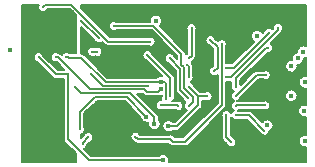
<source format=gbr>
G04 #@! TF.GenerationSoftware,KiCad,Pcbnew,(5.1.5-0-10_14)*
G04 #@! TF.CreationDate,2020-08-25T16:28:50-04:00*
G04 #@! TF.ProjectId,ESLO,45534c4f-2e6b-4696-9361-645f70636258,rev?*
G04 #@! TF.SameCoordinates,Original*
G04 #@! TF.FileFunction,Copper,L3,Inr*
G04 #@! TF.FilePolarity,Positive*
%FSLAX46Y46*%
G04 Gerber Fmt 4.6, Leading zero omitted, Abs format (unit mm)*
G04 Created by KiCad (PCBNEW (5.1.5-0-10_14)) date 2020-08-25 16:28:50*
%MOMM*%
%LPD*%
G04 APERTURE LIST*
%ADD10C,0.450000*%
%ADD11C,0.254000*%
%ADD12C,0.150000*%
%ADD13C,0.200000*%
G04 APERTURE END LIST*
D10*
X145595000Y-104205000D03*
D11*
X152975000Y-104325000D03*
X152548225Y-104329609D03*
X151588591Y-101686409D03*
X153113591Y-103197990D03*
D10*
X158500000Y-113525000D03*
D11*
X150500000Y-106250000D03*
D10*
X157939428Y-101725010D03*
D11*
X162549996Y-103350000D03*
X162850004Y-105975000D03*
X148000000Y-104800000D03*
X159150000Y-111750000D03*
X163525000Y-103675000D03*
X156200000Y-111525000D03*
X162300000Y-106500000D03*
X162700000Y-110650000D03*
X162750000Y-112700000D03*
X159250000Y-101600000D03*
X162700000Y-101600000D03*
X169900000Y-101700000D03*
X155700000Y-109424998D03*
X157482314Y-112682314D03*
X159050000Y-104200000D03*
X156289998Y-106110000D03*
X154400000Y-104550002D03*
X165530000Y-112770000D03*
X151100000Y-107300000D03*
D10*
X157799746Y-110442742D03*
D11*
X158776006Y-108307506D03*
D10*
X158348716Y-106900010D03*
D11*
X150349998Y-104800000D03*
D10*
X158349990Y-107509690D03*
D11*
X149450000Y-104800000D03*
X152500000Y-108400000D03*
X151500000Y-110900000D03*
X154375000Y-102149994D03*
D10*
X157125702Y-109814370D03*
D11*
X160700000Y-108900000D03*
X161500000Y-108100000D03*
D10*
X146800000Y-102800000D03*
X146800000Y-103800000D03*
X146800000Y-104800000D03*
X146800000Y-106400000D03*
X146800000Y-107400000D03*
X146800000Y-108400000D03*
X146800000Y-109400000D03*
X146800000Y-112400000D03*
X147800000Y-112400000D03*
X148800000Y-112400000D03*
X147700000Y-101200000D03*
X149800000Y-107400000D03*
X147800000Y-108400000D03*
X147800000Y-107400000D03*
X148800000Y-107400000D03*
X147600000Y-104400000D03*
D11*
X162300000Y-108100000D03*
X160734525Y-107290435D03*
D10*
X158999768Y-110635458D03*
X150800000Y-101000000D03*
X147700000Y-102100000D03*
X148800000Y-102100000D03*
D11*
X157250000Y-107252020D03*
X152480000Y-106220000D03*
X164700000Y-107300000D03*
X167434092Y-103988726D03*
D10*
X166500010Y-103000006D03*
D11*
X164700000Y-108075000D03*
X167250000Y-106300000D03*
X163900000Y-105700000D03*
X167524558Y-102732229D03*
X164700000Y-108900000D03*
X167175000Y-108875000D03*
X164700000Y-109700000D03*
X167108705Y-111001295D03*
X160700000Y-104900000D03*
X160950000Y-102325000D03*
X163900000Y-109700000D03*
X164325000Y-112000000D03*
X163900000Y-106500000D03*
X168275000Y-102300000D03*
D10*
X170425000Y-104325000D03*
X169958441Y-104898747D03*
X169400000Y-105575000D03*
X170550000Y-106925000D03*
X169400000Y-108050000D03*
X170500000Y-109325000D03*
X167370592Y-110573006D03*
X170550000Y-111900000D03*
D11*
X159152010Y-108095773D03*
X157220966Y-104626940D03*
X159100000Y-104875000D03*
X160648104Y-108221064D03*
X151725000Y-112125000D03*
X152200000Y-111575000D03*
X158350656Y-108865887D03*
X159843131Y-108899995D03*
X160700000Y-106500000D03*
X160563612Y-105419757D03*
X148375000Y-100550000D03*
X157475000Y-103475000D03*
D12*
X152552834Y-104325000D02*
X152548225Y-104329609D01*
X152975000Y-104325000D02*
X152552834Y-104325000D01*
X151588591Y-101686409D02*
X153100172Y-103197990D01*
X153100172Y-103197990D02*
X153113591Y-103197990D01*
X150500000Y-111750000D02*
X152275000Y-113525000D01*
X150500000Y-106250000D02*
X150500000Y-111750000D01*
X152275000Y-113525000D02*
X158500000Y-113525000D01*
X163150000Y-105675004D02*
X162850004Y-105975000D01*
X163150000Y-103950004D02*
X163150000Y-105675004D01*
X162549996Y-103350000D02*
X163150000Y-103950004D01*
X150500000Y-106250000D02*
X149450000Y-106250000D01*
X149450000Y-106250000D02*
X148000000Y-104800000D01*
X160415981Y-111949981D02*
X159349981Y-111949981D01*
X159349981Y-111949981D02*
X159150000Y-111750000D01*
X163525000Y-103675000D02*
X163525000Y-108840962D01*
X163525000Y-108840962D02*
X160415981Y-111949981D01*
X156425000Y-111750000D02*
X159150000Y-111750000D01*
X156200000Y-111525000D02*
X156425000Y-111750000D01*
X157799746Y-109852011D02*
X157799746Y-110442742D01*
X151626999Y-107826999D02*
X155774734Y-107826999D01*
X151100000Y-107300000D02*
X151626999Y-107826999D01*
X155774734Y-107826999D02*
X157799746Y-109852011D01*
X158800000Y-107033096D02*
X158666914Y-106900010D01*
X158776006Y-108307506D02*
X158800000Y-108283512D01*
X158800000Y-108283512D02*
X158800000Y-107033096D01*
X158666914Y-106900010D02*
X158348716Y-106900010D01*
X150529603Y-104800000D02*
X150349998Y-104800000D01*
X153670010Y-106900010D02*
X151620000Y-104850000D01*
X158348716Y-106900010D02*
X153670010Y-106900010D01*
X151620000Y-104850000D02*
X150579603Y-104850000D01*
X150579603Y-104850000D02*
X150529603Y-104800000D01*
X156963728Y-107509690D02*
X152339295Y-107509690D01*
X157188727Y-107734689D02*
X156963728Y-107509690D01*
X152339295Y-107509690D02*
X149629605Y-104800000D01*
X158124991Y-107734689D02*
X157188727Y-107734689D01*
X149629605Y-104800000D02*
X149450000Y-104800000D01*
X158349990Y-107509690D02*
X158124991Y-107734689D01*
X151500000Y-109400000D02*
X151500000Y-110900000D01*
X152500000Y-108400000D02*
X151500000Y-109400000D01*
X155461332Y-108150000D02*
X157125702Y-109814370D01*
X152750000Y-108150000D02*
X155461332Y-108150000D01*
X152500000Y-108400000D02*
X152750000Y-108150000D01*
X160100011Y-104520557D02*
X157729448Y-102149994D01*
X161047139Y-108552861D02*
X161047139Y-108122281D01*
X160700000Y-108900000D02*
X161047139Y-108552861D01*
X161047139Y-108122281D02*
X160287965Y-107363107D01*
X154554605Y-102149994D02*
X154375000Y-102149994D01*
X160287965Y-107363107D02*
X160287965Y-105638686D01*
X160287965Y-105638686D02*
X160100011Y-105450732D01*
X160100011Y-105450732D02*
X160100011Y-104520557D01*
X157729448Y-102149994D02*
X154554605Y-102149994D01*
X162300000Y-108100000D02*
X161500000Y-108100000D01*
X161500000Y-108100000D02*
X161500000Y-108844727D01*
X159709269Y-110635458D02*
X158999768Y-110635458D01*
X161500000Y-108844727D02*
X159709269Y-110635458D01*
X160734525Y-107334525D02*
X160734525Y-107290435D01*
X161500000Y-108100000D02*
X160734525Y-107334525D01*
X152606999Y-106346999D02*
X152480000Y-106220000D01*
X157250000Y-107252020D02*
X157198001Y-107200021D01*
X157198001Y-107200021D02*
X153460021Y-107200021D01*
X153460021Y-107200021D02*
X152606999Y-106346999D01*
X167281274Y-103988726D02*
X167434092Y-103988726D01*
X164700000Y-106570000D02*
X167281274Y-103988726D01*
X164700000Y-107300000D02*
X164700000Y-106570000D01*
X166475000Y-106300000D02*
X167250000Y-106300000D01*
X164700000Y-108075000D02*
X166475000Y-106300000D01*
X164556787Y-105700000D02*
X167524558Y-102732229D01*
X163900000Y-105700000D02*
X164556787Y-105700000D01*
X164725000Y-108875000D02*
X164700000Y-108900000D01*
X167175000Y-108875000D02*
X164725000Y-108875000D01*
X165807410Y-109700000D02*
X167108705Y-111001295D01*
X164700000Y-109700000D02*
X165807410Y-109700000D01*
X160950000Y-104650000D02*
X160700000Y-104900000D01*
X160950000Y-102325000D02*
X160950000Y-104650000D01*
X163900000Y-111575000D02*
X164325000Y-112000000D01*
X163900000Y-109700000D02*
X163900000Y-111575000D01*
X164254605Y-106500000D02*
X168275000Y-102479605D01*
X163900000Y-106500000D02*
X164254605Y-106500000D01*
X168275000Y-102479605D02*
X168275000Y-102300000D01*
X157347965Y-104753939D02*
X157220966Y-104626940D01*
X159152010Y-108095773D02*
X159152010Y-106557984D01*
X159152010Y-106557984D02*
X157347965Y-104753939D01*
X159987954Y-107560914D02*
X160648104Y-108221064D01*
X159987954Y-105762954D02*
X159987954Y-107560914D01*
X159100000Y-104875000D02*
X159987954Y-105762954D01*
X151725000Y-112050000D02*
X152200000Y-111575000D01*
X151725000Y-112125000D02*
X151725000Y-112050000D01*
X159809023Y-108865887D02*
X159843131Y-108899995D01*
X158350656Y-108865887D02*
X159809023Y-108865887D01*
X160700000Y-106500000D02*
X160700000Y-105556145D01*
X160700000Y-105556145D02*
X160563612Y-105419757D01*
X153911565Y-103475000D02*
X157475000Y-103475000D01*
X150786565Y-100350000D02*
X153911565Y-103475000D01*
X148575000Y-100350000D02*
X150786565Y-100350000D01*
X148375000Y-100550000D02*
X148575000Y-100350000D01*
D13*
G36*
X170650000Y-103849942D02*
G01*
X170578137Y-103820176D01*
X170476708Y-103800000D01*
X170373292Y-103800000D01*
X170271863Y-103820176D01*
X170176319Y-103859751D01*
X170090332Y-103917206D01*
X170017206Y-103990332D01*
X169959751Y-104076319D01*
X169920176Y-104171863D01*
X169900000Y-104273292D01*
X169900000Y-104375086D01*
X169805304Y-104393923D01*
X169709760Y-104433498D01*
X169623773Y-104490953D01*
X169550647Y-104564079D01*
X169493192Y-104650066D01*
X169453617Y-104745610D01*
X169433441Y-104847039D01*
X169433441Y-104950455D01*
X169453305Y-105050318D01*
X169451708Y-105050000D01*
X169348292Y-105050000D01*
X169246863Y-105070176D01*
X169151319Y-105109751D01*
X169065332Y-105167206D01*
X168992206Y-105240332D01*
X168934751Y-105326319D01*
X168895176Y-105421863D01*
X168875000Y-105523292D01*
X168875000Y-105626708D01*
X168895176Y-105728137D01*
X168934751Y-105823681D01*
X168992206Y-105909668D01*
X169065332Y-105982794D01*
X169151319Y-106040249D01*
X169246863Y-106079824D01*
X169348292Y-106100000D01*
X169451708Y-106100000D01*
X169553137Y-106079824D01*
X169648681Y-106040249D01*
X169734668Y-105982794D01*
X169807794Y-105909668D01*
X169865249Y-105823681D01*
X169904824Y-105728137D01*
X169925000Y-105626708D01*
X169925000Y-105523292D01*
X169905136Y-105423429D01*
X169906733Y-105423747D01*
X170010149Y-105423747D01*
X170111578Y-105403571D01*
X170207122Y-105363996D01*
X170293109Y-105306541D01*
X170366235Y-105233415D01*
X170423690Y-105147428D01*
X170463265Y-105051884D01*
X170483441Y-104950455D01*
X170483441Y-104848661D01*
X170578137Y-104829824D01*
X170650000Y-104800058D01*
X170650000Y-106409606D01*
X170601708Y-106400000D01*
X170498292Y-106400000D01*
X170396863Y-106420176D01*
X170301319Y-106459751D01*
X170215332Y-106517206D01*
X170142206Y-106590332D01*
X170084751Y-106676319D01*
X170045176Y-106771863D01*
X170025000Y-106873292D01*
X170025000Y-106976708D01*
X170045176Y-107078137D01*
X170084751Y-107173681D01*
X170142206Y-107259668D01*
X170215332Y-107332794D01*
X170301319Y-107390249D01*
X170396863Y-107429824D01*
X170498292Y-107450000D01*
X170601708Y-107450000D01*
X170650000Y-107440394D01*
X170650000Y-108819552D01*
X170551708Y-108800000D01*
X170448292Y-108800000D01*
X170346863Y-108820176D01*
X170251319Y-108859751D01*
X170165332Y-108917206D01*
X170092206Y-108990332D01*
X170034751Y-109076319D01*
X169995176Y-109171863D01*
X169975000Y-109273292D01*
X169975000Y-109376708D01*
X169995176Y-109478137D01*
X170034751Y-109573681D01*
X170092206Y-109659668D01*
X170165332Y-109732794D01*
X170251319Y-109790249D01*
X170346863Y-109829824D01*
X170448292Y-109850000D01*
X170551708Y-109850000D01*
X170650000Y-109830448D01*
X170650000Y-111384606D01*
X170601708Y-111375000D01*
X170498292Y-111375000D01*
X170396863Y-111395176D01*
X170301319Y-111434751D01*
X170215332Y-111492206D01*
X170142206Y-111565332D01*
X170084751Y-111651319D01*
X170045176Y-111746863D01*
X170025000Y-111848292D01*
X170025000Y-111951708D01*
X170045176Y-112053137D01*
X170084751Y-112148681D01*
X170142206Y-112234668D01*
X170215332Y-112307794D01*
X170301319Y-112365249D01*
X170396863Y-112404824D01*
X170498292Y-112425000D01*
X170601708Y-112425000D01*
X170650000Y-112415394D01*
X170650000Y-113650000D01*
X159010421Y-113650000D01*
X159025000Y-113576708D01*
X159025000Y-113473292D01*
X159004824Y-113371863D01*
X158965249Y-113276319D01*
X158907794Y-113190332D01*
X158834668Y-113117206D01*
X158748681Y-113059751D01*
X158653137Y-113020176D01*
X158551708Y-113000000D01*
X158448292Y-113000000D01*
X158346863Y-113020176D01*
X158251319Y-113059751D01*
X158165332Y-113117206D01*
X158132538Y-113150000D01*
X152430330Y-113150000D01*
X151821500Y-112541171D01*
X151849551Y-112535591D01*
X151927260Y-112503402D01*
X151997197Y-112456673D01*
X152056673Y-112397197D01*
X152103402Y-112327260D01*
X152135591Y-112249551D01*
X152152000Y-112167056D01*
X152152000Y-112153329D01*
X152318544Y-111986786D01*
X152324551Y-111985591D01*
X152402260Y-111953402D01*
X152472197Y-111906673D01*
X152531673Y-111847197D01*
X152578402Y-111777260D01*
X152610591Y-111699551D01*
X152627000Y-111617056D01*
X152627000Y-111532944D01*
X152617055Y-111482944D01*
X155773000Y-111482944D01*
X155773000Y-111567056D01*
X155789409Y-111649551D01*
X155821598Y-111727260D01*
X155868327Y-111797197D01*
X155927803Y-111856673D01*
X155997740Y-111903402D01*
X156075449Y-111935591D01*
X156081457Y-111936786D01*
X156146805Y-112002134D01*
X156158552Y-112016448D01*
X156215653Y-112063309D01*
X156280800Y-112098131D01*
X156351487Y-112119574D01*
X156406581Y-112125000D01*
X156406583Y-112125000D01*
X156424999Y-112126814D01*
X156443415Y-112125000D01*
X158942648Y-112125000D01*
X158947740Y-112128402D01*
X159025449Y-112160591D01*
X159031457Y-112161786D01*
X159071786Y-112202115D01*
X159083533Y-112216429D01*
X159140634Y-112263290D01*
X159205781Y-112298112D01*
X159276468Y-112319555D01*
X159331562Y-112324981D01*
X159331565Y-112324981D01*
X159349981Y-112326795D01*
X159368397Y-112324981D01*
X160397565Y-112324981D01*
X160415981Y-112326795D01*
X160434397Y-112324981D01*
X160434400Y-112324981D01*
X160489494Y-112319555D01*
X160560181Y-112298112D01*
X160625328Y-112263290D01*
X160682429Y-112216429D01*
X160694176Y-112202115D01*
X163777139Y-109119153D01*
X163791448Y-109107410D01*
X163838309Y-109050309D01*
X163873131Y-108985162D01*
X163894574Y-108914475D01*
X163900000Y-108859381D01*
X163900000Y-108859378D01*
X163901814Y-108840962D01*
X163900000Y-108822546D01*
X163900000Y-106927000D01*
X163942056Y-106927000D01*
X164024551Y-106910591D01*
X164102260Y-106878402D01*
X164107352Y-106875000D01*
X164236189Y-106875000D01*
X164254605Y-106876814D01*
X164273021Y-106875000D01*
X164273024Y-106875000D01*
X164325001Y-106869881D01*
X164325000Y-107092648D01*
X164321598Y-107097740D01*
X164289409Y-107175449D01*
X164273000Y-107257944D01*
X164273000Y-107342056D01*
X164289409Y-107424551D01*
X164321598Y-107502260D01*
X164368327Y-107572197D01*
X164427803Y-107631673D01*
X164497740Y-107678402D01*
X164519704Y-107687500D01*
X164497740Y-107696598D01*
X164427803Y-107743327D01*
X164368327Y-107802803D01*
X164321598Y-107872740D01*
X164289409Y-107950449D01*
X164273000Y-108032944D01*
X164273000Y-108117056D01*
X164289409Y-108199551D01*
X164321598Y-108277260D01*
X164368327Y-108347197D01*
X164427803Y-108406673D01*
X164497740Y-108453402D01*
X164575449Y-108485591D01*
X164585046Y-108487500D01*
X164575449Y-108489409D01*
X164497740Y-108521598D01*
X164427803Y-108568327D01*
X164368327Y-108627803D01*
X164321598Y-108697740D01*
X164289409Y-108775449D01*
X164273000Y-108857944D01*
X164273000Y-108942056D01*
X164289409Y-109024551D01*
X164321598Y-109102260D01*
X164368327Y-109172197D01*
X164427803Y-109231673D01*
X164497740Y-109278402D01*
X164549881Y-109300000D01*
X164497740Y-109321598D01*
X164427803Y-109368327D01*
X164368327Y-109427803D01*
X164321598Y-109497740D01*
X164300000Y-109549881D01*
X164278402Y-109497740D01*
X164231673Y-109427803D01*
X164172197Y-109368327D01*
X164102260Y-109321598D01*
X164024551Y-109289409D01*
X163942056Y-109273000D01*
X163857944Y-109273000D01*
X163775449Y-109289409D01*
X163697740Y-109321598D01*
X163627803Y-109368327D01*
X163568327Y-109427803D01*
X163521598Y-109497740D01*
X163489409Y-109575449D01*
X163473000Y-109657944D01*
X163473000Y-109742056D01*
X163489409Y-109824551D01*
X163521598Y-109902260D01*
X163525000Y-109907352D01*
X163525001Y-111556574D01*
X163523186Y-111575000D01*
X163529261Y-111636672D01*
X163530427Y-111648513D01*
X163550417Y-111714409D01*
X163551870Y-111719200D01*
X163586691Y-111784346D01*
X163597238Y-111797197D01*
X163633553Y-111841448D01*
X163647861Y-111853190D01*
X163913214Y-112118544D01*
X163914409Y-112124551D01*
X163946598Y-112202260D01*
X163993327Y-112272197D01*
X164052803Y-112331673D01*
X164122740Y-112378402D01*
X164200449Y-112410591D01*
X164282944Y-112427000D01*
X164367056Y-112427000D01*
X164449551Y-112410591D01*
X164527260Y-112378402D01*
X164597197Y-112331673D01*
X164656673Y-112272197D01*
X164703402Y-112202260D01*
X164735591Y-112124551D01*
X164752000Y-112042056D01*
X164752000Y-111957944D01*
X164735591Y-111875449D01*
X164703402Y-111797740D01*
X164656673Y-111727803D01*
X164597197Y-111668327D01*
X164527260Y-111621598D01*
X164449551Y-111589409D01*
X164443544Y-111588214D01*
X164275000Y-111419671D01*
X164275000Y-109907352D01*
X164278402Y-109902260D01*
X164300000Y-109850119D01*
X164321598Y-109902260D01*
X164368327Y-109972197D01*
X164427803Y-110031673D01*
X164497740Y-110078402D01*
X164575449Y-110110591D01*
X164657944Y-110127000D01*
X164742056Y-110127000D01*
X164824551Y-110110591D01*
X164902260Y-110078402D01*
X164907352Y-110075000D01*
X165652081Y-110075000D01*
X166696919Y-111119839D01*
X166698114Y-111125846D01*
X166730303Y-111203555D01*
X166777032Y-111273492D01*
X166836508Y-111332968D01*
X166906445Y-111379697D01*
X166984154Y-111411886D01*
X167066649Y-111428295D01*
X167150761Y-111428295D01*
X167233256Y-111411886D01*
X167310965Y-111379697D01*
X167380902Y-111332968D01*
X167440378Y-111273492D01*
X167487107Y-111203555D01*
X167519296Y-111125846D01*
X167529306Y-111075520D01*
X167619273Y-111038255D01*
X167705260Y-110980800D01*
X167778386Y-110907674D01*
X167835841Y-110821687D01*
X167875416Y-110726143D01*
X167895592Y-110624714D01*
X167895592Y-110521298D01*
X167875416Y-110419869D01*
X167835841Y-110324325D01*
X167778386Y-110238338D01*
X167705260Y-110165212D01*
X167619273Y-110107757D01*
X167523729Y-110068182D01*
X167422300Y-110048006D01*
X167318884Y-110048006D01*
X167217455Y-110068182D01*
X167121911Y-110107757D01*
X167035924Y-110165212D01*
X166962798Y-110238338D01*
X166928063Y-110290323D01*
X166085605Y-109447866D01*
X166073858Y-109433552D01*
X166016757Y-109386691D01*
X165951610Y-109351869D01*
X165880923Y-109330426D01*
X165825829Y-109325000D01*
X165825826Y-109325000D01*
X165807410Y-109323186D01*
X165788994Y-109325000D01*
X164907352Y-109325000D01*
X164902260Y-109321598D01*
X164850119Y-109300000D01*
X164902260Y-109278402D01*
X164944768Y-109250000D01*
X166967648Y-109250000D01*
X166972740Y-109253402D01*
X167050449Y-109285591D01*
X167132944Y-109302000D01*
X167217056Y-109302000D01*
X167299551Y-109285591D01*
X167377260Y-109253402D01*
X167447197Y-109206673D01*
X167506673Y-109147197D01*
X167553402Y-109077260D01*
X167585591Y-108999551D01*
X167602000Y-108917056D01*
X167602000Y-108832944D01*
X167585591Y-108750449D01*
X167553402Y-108672740D01*
X167506673Y-108602803D01*
X167447197Y-108543327D01*
X167377260Y-108496598D01*
X167299551Y-108464409D01*
X167217056Y-108448000D01*
X167132944Y-108448000D01*
X167050449Y-108464409D01*
X166972740Y-108496598D01*
X166967648Y-108500000D01*
X164850119Y-108500000D01*
X164824551Y-108489409D01*
X164814954Y-108487500D01*
X164824551Y-108485591D01*
X164902260Y-108453402D01*
X164972197Y-108406673D01*
X165031673Y-108347197D01*
X165078402Y-108277260D01*
X165110591Y-108199551D01*
X165111786Y-108193543D01*
X165307037Y-107998292D01*
X168875000Y-107998292D01*
X168875000Y-108101708D01*
X168895176Y-108203137D01*
X168934751Y-108298681D01*
X168992206Y-108384668D01*
X169065332Y-108457794D01*
X169151319Y-108515249D01*
X169246863Y-108554824D01*
X169348292Y-108575000D01*
X169451708Y-108575000D01*
X169553137Y-108554824D01*
X169648681Y-108515249D01*
X169734668Y-108457794D01*
X169807794Y-108384668D01*
X169865249Y-108298681D01*
X169904824Y-108203137D01*
X169925000Y-108101708D01*
X169925000Y-107998292D01*
X169904824Y-107896863D01*
X169865249Y-107801319D01*
X169807794Y-107715332D01*
X169734668Y-107642206D01*
X169648681Y-107584751D01*
X169553137Y-107545176D01*
X169451708Y-107525000D01*
X169348292Y-107525000D01*
X169246863Y-107545176D01*
X169151319Y-107584751D01*
X169065332Y-107642206D01*
X168992206Y-107715332D01*
X168934751Y-107801319D01*
X168895176Y-107896863D01*
X168875000Y-107998292D01*
X165307037Y-107998292D01*
X166630330Y-106675000D01*
X167042648Y-106675000D01*
X167047740Y-106678402D01*
X167125449Y-106710591D01*
X167207944Y-106727000D01*
X167292056Y-106727000D01*
X167374551Y-106710591D01*
X167452260Y-106678402D01*
X167522197Y-106631673D01*
X167581673Y-106572197D01*
X167628402Y-106502260D01*
X167660591Y-106424551D01*
X167677000Y-106342056D01*
X167677000Y-106257944D01*
X167660591Y-106175449D01*
X167628402Y-106097740D01*
X167581673Y-106027803D01*
X167522197Y-105968327D01*
X167452260Y-105921598D01*
X167374551Y-105889409D01*
X167292056Y-105873000D01*
X167207944Y-105873000D01*
X167125449Y-105889409D01*
X167047740Y-105921598D01*
X167042648Y-105925000D01*
X166493415Y-105925000D01*
X166474999Y-105923186D01*
X166456583Y-105925000D01*
X166456581Y-105925000D01*
X166401487Y-105930426D01*
X166330800Y-105951869D01*
X166265653Y-105986691D01*
X166208552Y-106033552D01*
X166196809Y-106047861D01*
X165098474Y-107146197D01*
X165078402Y-107097740D01*
X165075000Y-107092648D01*
X165075000Y-106725329D01*
X167385837Y-104414493D01*
X167392036Y-104415726D01*
X167476148Y-104415726D01*
X167558643Y-104399317D01*
X167636352Y-104367128D01*
X167706289Y-104320399D01*
X167765765Y-104260923D01*
X167812494Y-104190986D01*
X167844683Y-104113277D01*
X167861092Y-104030782D01*
X167861092Y-103946670D01*
X167844683Y-103864175D01*
X167812494Y-103786466D01*
X167765765Y-103716529D01*
X167706289Y-103657053D01*
X167659287Y-103625648D01*
X168527140Y-102757795D01*
X168541448Y-102746053D01*
X168588309Y-102688952D01*
X168605563Y-102656673D01*
X168623130Y-102623807D01*
X168628023Y-102607678D01*
X168644574Y-102553118D01*
X168648923Y-102508964D01*
X168653402Y-102502260D01*
X168685591Y-102424551D01*
X168702000Y-102342056D01*
X168702000Y-102257944D01*
X168685591Y-102175449D01*
X168653402Y-102097740D01*
X168606673Y-102027803D01*
X168547197Y-101968327D01*
X168477260Y-101921598D01*
X168399551Y-101889409D01*
X168317056Y-101873000D01*
X168232944Y-101873000D01*
X168150449Y-101889409D01*
X168072740Y-101921598D01*
X168002803Y-101968327D01*
X167943327Y-102027803D01*
X167896598Y-102097740D01*
X167864409Y-102175449D01*
X167848000Y-102257944D01*
X167848000Y-102342056D01*
X167853677Y-102370598D01*
X167810237Y-102414038D01*
X167796755Y-102400556D01*
X167726818Y-102353827D01*
X167649109Y-102321638D01*
X167566614Y-102305229D01*
X167482502Y-102305229D01*
X167400007Y-102321638D01*
X167322298Y-102353827D01*
X167252361Y-102400556D01*
X167192885Y-102460032D01*
X167146156Y-102529969D01*
X167113967Y-102607678D01*
X167112772Y-102613685D01*
X166968151Y-102758306D01*
X166965259Y-102751325D01*
X166907804Y-102665338D01*
X166834678Y-102592212D01*
X166748691Y-102534757D01*
X166653147Y-102495182D01*
X166551718Y-102475006D01*
X166448302Y-102475006D01*
X166346873Y-102495182D01*
X166251329Y-102534757D01*
X166165342Y-102592212D01*
X166092216Y-102665338D01*
X166034761Y-102751325D01*
X165995186Y-102846869D01*
X165975010Y-102948298D01*
X165975010Y-103051714D01*
X165995186Y-103153143D01*
X166034761Y-103248687D01*
X166092216Y-103334674D01*
X166165342Y-103407800D01*
X166251329Y-103465255D01*
X166258311Y-103468147D01*
X164401458Y-105325000D01*
X164107352Y-105325000D01*
X164102260Y-105321598D01*
X164024551Y-105289409D01*
X163942056Y-105273000D01*
X163900000Y-105273000D01*
X163900000Y-103882352D01*
X163903402Y-103877260D01*
X163935591Y-103799551D01*
X163952000Y-103717056D01*
X163952000Y-103632944D01*
X163935591Y-103550449D01*
X163903402Y-103472740D01*
X163856673Y-103402803D01*
X163797197Y-103343327D01*
X163727260Y-103296598D01*
X163649551Y-103264409D01*
X163567056Y-103248000D01*
X163482944Y-103248000D01*
X163400449Y-103264409D01*
X163322740Y-103296598D01*
X163252803Y-103343327D01*
X163193327Y-103402803D01*
X163169215Y-103438890D01*
X162961782Y-103231457D01*
X162960587Y-103225449D01*
X162928398Y-103147740D01*
X162881669Y-103077803D01*
X162822193Y-103018327D01*
X162752256Y-102971598D01*
X162674547Y-102939409D01*
X162592052Y-102923000D01*
X162507940Y-102923000D01*
X162425445Y-102939409D01*
X162347736Y-102971598D01*
X162277799Y-103018327D01*
X162218323Y-103077803D01*
X162171594Y-103147740D01*
X162139405Y-103225449D01*
X162122996Y-103307944D01*
X162122996Y-103392056D01*
X162139405Y-103474551D01*
X162171594Y-103552260D01*
X162218323Y-103622197D01*
X162277799Y-103681673D01*
X162347736Y-103728402D01*
X162425445Y-103760591D01*
X162431453Y-103761786D01*
X162775000Y-104105334D01*
X162775001Y-105519673D01*
X162731460Y-105563214D01*
X162725453Y-105564409D01*
X162647744Y-105596598D01*
X162577807Y-105643327D01*
X162518331Y-105702803D01*
X162471602Y-105772740D01*
X162439413Y-105850449D01*
X162423004Y-105932944D01*
X162423004Y-106017056D01*
X162439413Y-106099551D01*
X162471602Y-106177260D01*
X162518331Y-106247197D01*
X162577807Y-106306673D01*
X162647744Y-106353402D01*
X162725453Y-106385591D01*
X162807948Y-106402000D01*
X162892060Y-106402000D01*
X162974555Y-106385591D01*
X163052264Y-106353402D01*
X163122201Y-106306673D01*
X163150001Y-106278873D01*
X163150001Y-108685631D01*
X160260652Y-111574981D01*
X159539686Y-111574981D01*
X159528402Y-111547740D01*
X159481673Y-111477803D01*
X159422197Y-111418327D01*
X159352260Y-111371598D01*
X159274551Y-111339409D01*
X159192056Y-111323000D01*
X159107944Y-111323000D01*
X159025449Y-111339409D01*
X158947740Y-111371598D01*
X158942648Y-111375000D01*
X156600049Y-111375000D01*
X156578402Y-111322740D01*
X156531673Y-111252803D01*
X156472197Y-111193327D01*
X156402260Y-111146598D01*
X156324551Y-111114409D01*
X156242056Y-111098000D01*
X156157944Y-111098000D01*
X156075449Y-111114409D01*
X155997740Y-111146598D01*
X155927803Y-111193327D01*
X155868327Y-111252803D01*
X155821598Y-111322740D01*
X155789409Y-111400449D01*
X155773000Y-111482944D01*
X152617055Y-111482944D01*
X152610591Y-111450449D01*
X152578402Y-111372740D01*
X152531673Y-111302803D01*
X152472197Y-111243327D01*
X152402260Y-111196598D01*
X152324551Y-111164409D01*
X152242056Y-111148000D01*
X152157944Y-111148000D01*
X152075449Y-111164409D01*
X151997740Y-111196598D01*
X151927803Y-111243327D01*
X151868327Y-111302803D01*
X151821598Y-111372740D01*
X151789409Y-111450449D01*
X151788214Y-111456456D01*
X151600000Y-111644671D01*
X151600000Y-111315474D01*
X151624551Y-111310591D01*
X151702260Y-111278402D01*
X151772197Y-111231673D01*
X151831673Y-111172197D01*
X151878402Y-111102260D01*
X151910591Y-111024551D01*
X151927000Y-110942056D01*
X151927000Y-110857944D01*
X151910591Y-110775449D01*
X151878402Y-110697740D01*
X151875000Y-110692648D01*
X151875000Y-109555329D01*
X152618544Y-108811786D01*
X152624551Y-108810591D01*
X152702260Y-108778402D01*
X152772197Y-108731673D01*
X152831673Y-108672197D01*
X152878402Y-108602260D01*
X152910405Y-108525000D01*
X155306003Y-108525000D01*
X156600702Y-109819700D01*
X156600702Y-109866078D01*
X156620878Y-109967507D01*
X156660453Y-110063051D01*
X156717908Y-110149038D01*
X156791034Y-110222164D01*
X156877021Y-110279619D01*
X156972565Y-110319194D01*
X157073994Y-110339370D01*
X157177410Y-110339370D01*
X157278839Y-110319194D01*
X157289952Y-110314591D01*
X157274746Y-110391034D01*
X157274746Y-110494450D01*
X157294922Y-110595879D01*
X157334497Y-110691423D01*
X157391952Y-110777410D01*
X157465078Y-110850536D01*
X157551065Y-110907991D01*
X157646609Y-110947566D01*
X157748038Y-110967742D01*
X157851454Y-110967742D01*
X157952883Y-110947566D01*
X158048427Y-110907991D01*
X158134414Y-110850536D01*
X158207540Y-110777410D01*
X158264995Y-110691423D01*
X158304570Y-110595879D01*
X158324746Y-110494450D01*
X158324746Y-110391034D01*
X158304570Y-110289605D01*
X158264995Y-110194061D01*
X158207540Y-110108074D01*
X158174746Y-110075280D01*
X158174746Y-109870426D01*
X158176560Y-109852010D01*
X158174375Y-109829824D01*
X158169320Y-109778498D01*
X158147877Y-109707811D01*
X158127757Y-109670169D01*
X158113055Y-109642663D01*
X158077934Y-109599869D01*
X158066194Y-109585563D01*
X158051886Y-109573821D01*
X156362754Y-107884690D01*
X156808399Y-107884690D01*
X156910532Y-107986823D01*
X156922279Y-108001137D01*
X156953170Y-108026488D01*
X156979380Y-108047999D01*
X157023834Y-108071759D01*
X157044527Y-108082820D01*
X157115214Y-108104263D01*
X157170308Y-108109689D01*
X157170311Y-108109689D01*
X157188727Y-108111503D01*
X157207143Y-108109689D01*
X158106575Y-108109689D01*
X158124991Y-108111503D01*
X158143407Y-108109689D01*
X158143410Y-108109689D01*
X158198504Y-108104263D01*
X158269191Y-108082820D01*
X158334338Y-108047998D01*
X158350554Y-108034690D01*
X158401698Y-108034690D01*
X158425000Y-108030055D01*
X158425000Y-108064243D01*
X158397604Y-108105246D01*
X158365415Y-108182955D01*
X158349006Y-108265450D01*
X158349006Y-108349562D01*
X158365415Y-108432057D01*
X158368244Y-108438887D01*
X158308600Y-108438887D01*
X158226105Y-108455296D01*
X158148396Y-108487485D01*
X158078459Y-108534214D01*
X158018983Y-108593690D01*
X157972254Y-108663627D01*
X157940065Y-108741336D01*
X157923656Y-108823831D01*
X157923656Y-108907943D01*
X157940065Y-108990438D01*
X157972254Y-109068147D01*
X158018983Y-109138084D01*
X158078459Y-109197560D01*
X158148396Y-109244289D01*
X158226105Y-109276478D01*
X158308600Y-109292887D01*
X158392712Y-109292887D01*
X158475207Y-109276478D01*
X158552916Y-109244289D01*
X158558008Y-109240887D01*
X159584732Y-109240887D01*
X159640871Y-109278397D01*
X159718580Y-109310586D01*
X159801075Y-109326995D01*
X159885187Y-109326995D01*
X159967682Y-109310586D01*
X160045391Y-109278397D01*
X160115328Y-109231668D01*
X160174804Y-109172192D01*
X160221533Y-109102255D01*
X160253722Y-109024546D01*
X160270131Y-108942051D01*
X160270131Y-108857939D01*
X160253722Y-108775444D01*
X160221533Y-108697735D01*
X160174804Y-108627798D01*
X160115328Y-108568322D01*
X160045391Y-108521593D01*
X159967682Y-108489404D01*
X159885187Y-108472995D01*
X159801075Y-108472995D01*
X159718580Y-108489404D01*
X159715000Y-108490887D01*
X159313925Y-108490887D01*
X159354270Y-108474175D01*
X159424207Y-108427446D01*
X159483683Y-108367970D01*
X159530412Y-108298033D01*
X159562601Y-108220324D01*
X159579010Y-108137829D01*
X159579010Y-108053717D01*
X159562601Y-107971222D01*
X159530412Y-107893513D01*
X159527010Y-107888421D01*
X159527010Y-106576400D01*
X159528824Y-106557984D01*
X159526111Y-106530436D01*
X159521584Y-106484471D01*
X159500141Y-106413784D01*
X159465319Y-106348637D01*
X159418458Y-106291536D01*
X159404149Y-106279793D01*
X157632752Y-104508397D01*
X157631557Y-104502389D01*
X157599368Y-104424680D01*
X157552639Y-104354743D01*
X157493163Y-104295267D01*
X157423226Y-104248538D01*
X157345517Y-104216349D01*
X157263022Y-104199940D01*
X157178910Y-104199940D01*
X157096415Y-104216349D01*
X157018706Y-104248538D01*
X156948769Y-104295267D01*
X156889293Y-104354743D01*
X156842564Y-104424680D01*
X156810375Y-104502389D01*
X156793966Y-104584884D01*
X156793966Y-104668996D01*
X156810375Y-104751491D01*
X156842564Y-104829200D01*
X156889293Y-104899137D01*
X156948769Y-104958613D01*
X157018706Y-105005342D01*
X157096415Y-105037531D01*
X157102423Y-105038726D01*
X158448212Y-106384516D01*
X158400424Y-106375010D01*
X158297008Y-106375010D01*
X158195579Y-106395186D01*
X158100035Y-106434761D01*
X158014048Y-106492216D01*
X157981254Y-106525010D01*
X153825340Y-106525010D01*
X151898195Y-104597866D01*
X151886448Y-104583552D01*
X151829347Y-104536691D01*
X151764200Y-104501869D01*
X151693513Y-104480426D01*
X151638419Y-104475000D01*
X151638416Y-104475000D01*
X151620000Y-104473186D01*
X151601584Y-104475000D01*
X151600000Y-104475000D01*
X151600000Y-104287553D01*
X152121225Y-104287553D01*
X152121225Y-104371665D01*
X152137634Y-104454160D01*
X152169823Y-104531869D01*
X152216552Y-104601806D01*
X152276028Y-104661282D01*
X152345965Y-104708011D01*
X152423674Y-104740200D01*
X152506169Y-104756609D01*
X152590281Y-104756609D01*
X152672776Y-104740200D01*
X152750485Y-104708011D01*
X152762475Y-104700000D01*
X152767648Y-104700000D01*
X152772740Y-104703402D01*
X152850449Y-104735591D01*
X152932944Y-104752000D01*
X153017056Y-104752000D01*
X153099551Y-104735591D01*
X153177260Y-104703402D01*
X153247197Y-104656673D01*
X153306673Y-104597197D01*
X153353402Y-104527260D01*
X153385591Y-104449551D01*
X153402000Y-104367056D01*
X153402000Y-104282944D01*
X153385591Y-104200449D01*
X153353402Y-104122740D01*
X153306673Y-104052803D01*
X153247197Y-103993327D01*
X153177260Y-103946598D01*
X153099551Y-103914409D01*
X153017056Y-103898000D01*
X152932944Y-103898000D01*
X152850449Y-103914409D01*
X152772740Y-103946598D01*
X152767648Y-103950000D01*
X152747571Y-103950000D01*
X152672776Y-103919018D01*
X152590281Y-103902609D01*
X152506169Y-103902609D01*
X152423674Y-103919018D01*
X152345965Y-103951207D01*
X152276028Y-103997936D01*
X152216552Y-104057412D01*
X152169823Y-104127349D01*
X152137634Y-104205058D01*
X152121225Y-104287553D01*
X151600000Y-104287553D01*
X151600000Y-102228147D01*
X152709086Y-103337234D01*
X152735189Y-103400250D01*
X152781918Y-103470187D01*
X152841394Y-103529663D01*
X152911331Y-103576392D01*
X152989040Y-103608581D01*
X153071535Y-103624990D01*
X153155647Y-103624990D01*
X153238142Y-103608581D01*
X153315851Y-103576392D01*
X153385788Y-103529663D01*
X153410843Y-103504608D01*
X153633374Y-103727139D01*
X153645117Y-103741448D01*
X153668443Y-103760591D01*
X153702217Y-103788309D01*
X153767363Y-103823130D01*
X153767365Y-103823131D01*
X153838052Y-103844574D01*
X153893146Y-103850000D01*
X153893148Y-103850000D01*
X153911564Y-103851814D01*
X153929980Y-103850000D01*
X157267648Y-103850000D01*
X157272740Y-103853402D01*
X157350449Y-103885591D01*
X157432944Y-103902000D01*
X157517056Y-103902000D01*
X157599551Y-103885591D01*
X157677260Y-103853402D01*
X157747197Y-103806673D01*
X157806673Y-103747197D01*
X157853402Y-103677260D01*
X157885591Y-103599551D01*
X157902000Y-103517056D01*
X157902000Y-103432944D01*
X157885591Y-103350449D01*
X157853402Y-103272740D01*
X157806673Y-103202803D01*
X157747197Y-103143327D01*
X157677260Y-103096598D01*
X157599551Y-103064409D01*
X157517056Y-103048000D01*
X157432944Y-103048000D01*
X157350449Y-103064409D01*
X157272740Y-103096598D01*
X157267648Y-103100000D01*
X154066895Y-103100000D01*
X153074833Y-102107938D01*
X153948000Y-102107938D01*
X153948000Y-102192050D01*
X153964409Y-102274545D01*
X153996598Y-102352254D01*
X154043327Y-102422191D01*
X154102803Y-102481667D01*
X154172740Y-102528396D01*
X154250449Y-102560585D01*
X154332944Y-102576994D01*
X154417056Y-102576994D01*
X154499551Y-102560585D01*
X154577260Y-102528396D01*
X154582352Y-102524994D01*
X157574119Y-102524994D01*
X159725012Y-104675888D01*
X159725012Y-104969682D01*
X159511786Y-104756457D01*
X159510591Y-104750449D01*
X159478402Y-104672740D01*
X159431673Y-104602803D01*
X159372197Y-104543327D01*
X159302260Y-104496598D01*
X159224551Y-104464409D01*
X159142056Y-104448000D01*
X159057944Y-104448000D01*
X158975449Y-104464409D01*
X158897740Y-104496598D01*
X158827803Y-104543327D01*
X158768327Y-104602803D01*
X158721598Y-104672740D01*
X158689409Y-104750449D01*
X158673000Y-104832944D01*
X158673000Y-104917056D01*
X158689409Y-104999551D01*
X158721598Y-105077260D01*
X158768327Y-105147197D01*
X158827803Y-105206673D01*
X158897740Y-105253402D01*
X158975449Y-105285591D01*
X158981457Y-105286786D01*
X159612954Y-105918284D01*
X159612955Y-107542488D01*
X159611140Y-107560914D01*
X159615005Y-107600150D01*
X159618381Y-107634427D01*
X159631239Y-107676814D01*
X159639824Y-107705114D01*
X159674645Y-107770260D01*
X159678535Y-107775000D01*
X159721507Y-107827362D01*
X159735815Y-107839105D01*
X160236318Y-108339608D01*
X160237513Y-108345615D01*
X160269702Y-108423324D01*
X160316431Y-108493261D01*
X160375907Y-108552737D01*
X160416362Y-108579768D01*
X160368327Y-108627803D01*
X160321598Y-108697740D01*
X160289409Y-108775449D01*
X160273000Y-108857944D01*
X160273000Y-108942056D01*
X160289409Y-109024551D01*
X160321598Y-109102260D01*
X160368327Y-109172197D01*
X160427803Y-109231673D01*
X160497740Y-109278402D01*
X160524790Y-109289607D01*
X159553940Y-110260458D01*
X159367230Y-110260458D01*
X159334436Y-110227664D01*
X159248449Y-110170209D01*
X159152905Y-110130634D01*
X159051476Y-110110458D01*
X158948060Y-110110458D01*
X158846631Y-110130634D01*
X158751087Y-110170209D01*
X158665100Y-110227664D01*
X158591974Y-110300790D01*
X158534519Y-110386777D01*
X158494944Y-110482321D01*
X158474768Y-110583750D01*
X158474768Y-110687166D01*
X158494944Y-110788595D01*
X158534519Y-110884139D01*
X158591974Y-110970126D01*
X158665100Y-111043252D01*
X158751087Y-111100707D01*
X158846631Y-111140282D01*
X158948060Y-111160458D01*
X159051476Y-111160458D01*
X159152905Y-111140282D01*
X159248449Y-111100707D01*
X159334436Y-111043252D01*
X159367230Y-111010458D01*
X159690853Y-111010458D01*
X159709269Y-111012272D01*
X159727685Y-111010458D01*
X159727688Y-111010458D01*
X159782782Y-111005032D01*
X159853469Y-110983589D01*
X159918616Y-110948767D01*
X159975717Y-110901906D01*
X159987464Y-110887592D01*
X161752139Y-109122918D01*
X161766448Y-109111175D01*
X161813309Y-109054074D01*
X161848131Y-108988927D01*
X161869574Y-108918240D01*
X161875000Y-108863146D01*
X161875000Y-108863144D01*
X161876814Y-108844728D01*
X161875000Y-108826312D01*
X161875000Y-108475000D01*
X162092648Y-108475000D01*
X162097740Y-108478402D01*
X162175449Y-108510591D01*
X162257944Y-108527000D01*
X162342056Y-108527000D01*
X162424551Y-108510591D01*
X162502260Y-108478402D01*
X162572197Y-108431673D01*
X162631673Y-108372197D01*
X162678402Y-108302260D01*
X162710591Y-108224551D01*
X162727000Y-108142056D01*
X162727000Y-108057944D01*
X162710591Y-107975449D01*
X162678402Y-107897740D01*
X162631673Y-107827803D01*
X162572197Y-107768327D01*
X162502260Y-107721598D01*
X162424551Y-107689409D01*
X162342056Y-107673000D01*
X162257944Y-107673000D01*
X162175449Y-107689409D01*
X162097740Y-107721598D01*
X162092648Y-107725000D01*
X161707352Y-107725000D01*
X161702260Y-107721598D01*
X161624551Y-107689409D01*
X161618544Y-107688214D01*
X161157258Y-107226929D01*
X161145116Y-107165884D01*
X161112927Y-107088175D01*
X161066198Y-107018238D01*
X161006722Y-106958762D01*
X160936785Y-106912033D01*
X160878927Y-106888067D01*
X160902260Y-106878402D01*
X160972197Y-106831673D01*
X161031673Y-106772197D01*
X161078402Y-106702260D01*
X161110591Y-106624551D01*
X161127000Y-106542056D01*
X161127000Y-106457944D01*
X161110591Y-106375449D01*
X161078402Y-106297740D01*
X161075000Y-106292648D01*
X161075000Y-105574561D01*
X161076814Y-105556145D01*
X161072349Y-105510813D01*
X161069574Y-105482632D01*
X161048131Y-105411945D01*
X161013309Y-105346798D01*
X160975238Y-105300407D01*
X160974203Y-105295206D01*
X160953156Y-105244395D01*
X160972197Y-105231673D01*
X161031673Y-105172197D01*
X161078402Y-105102260D01*
X161110591Y-105024551D01*
X161111786Y-105018543D01*
X161202134Y-104928195D01*
X161216448Y-104916448D01*
X161255644Y-104868687D01*
X161263309Y-104859348D01*
X161298130Y-104794202D01*
X161298131Y-104794200D01*
X161319574Y-104723513D01*
X161325000Y-104668419D01*
X161325000Y-104668417D01*
X161326814Y-104650001D01*
X161325000Y-104631585D01*
X161325000Y-102532352D01*
X161328402Y-102527260D01*
X161360591Y-102449551D01*
X161377000Y-102367056D01*
X161377000Y-102282944D01*
X161360591Y-102200449D01*
X161328402Y-102122740D01*
X161281673Y-102052803D01*
X161222197Y-101993327D01*
X161152260Y-101946598D01*
X161074551Y-101914409D01*
X160992056Y-101898000D01*
X160907944Y-101898000D01*
X160825449Y-101914409D01*
X160747740Y-101946598D01*
X160677803Y-101993327D01*
X160618327Y-102052803D01*
X160571598Y-102122740D01*
X160539409Y-102200449D01*
X160523000Y-102282944D01*
X160523000Y-102367056D01*
X160539409Y-102449551D01*
X160571598Y-102527260D01*
X160575000Y-102532352D01*
X160575001Y-104489595D01*
X160497740Y-104521598D01*
X160475242Y-104536630D01*
X160476825Y-104520556D01*
X160475011Y-104502138D01*
X160469585Y-104447044D01*
X160448142Y-104376357D01*
X160443171Y-104367056D01*
X160413320Y-104311210D01*
X160386730Y-104278810D01*
X160366459Y-104254109D01*
X160352150Y-104242366D01*
X158255208Y-102145425D01*
X158274096Y-102132804D01*
X158347222Y-102059678D01*
X158404677Y-101973691D01*
X158444252Y-101878147D01*
X158464428Y-101776718D01*
X158464428Y-101673302D01*
X158444252Y-101571873D01*
X158404677Y-101476329D01*
X158347222Y-101390342D01*
X158274096Y-101317216D01*
X158188109Y-101259761D01*
X158092565Y-101220186D01*
X157991136Y-101200010D01*
X157887720Y-101200010D01*
X157786291Y-101220186D01*
X157690747Y-101259761D01*
X157604760Y-101317216D01*
X157531634Y-101390342D01*
X157474179Y-101476329D01*
X157434604Y-101571873D01*
X157414428Y-101673302D01*
X157414428Y-101774994D01*
X154582352Y-101774994D01*
X154577260Y-101771592D01*
X154499551Y-101739403D01*
X154417056Y-101722994D01*
X154332944Y-101722994D01*
X154250449Y-101739403D01*
X154172740Y-101771592D01*
X154102803Y-101818321D01*
X154043327Y-101877797D01*
X153996598Y-101947734D01*
X153964409Y-102025443D01*
X153948000Y-102107938D01*
X153074833Y-102107938D01*
X151600000Y-100633106D01*
X151600000Y-100350000D01*
X170650000Y-100350000D01*
X170650000Y-103849942D01*
G37*
X170650000Y-103849942D02*
X170578137Y-103820176D01*
X170476708Y-103800000D01*
X170373292Y-103800000D01*
X170271863Y-103820176D01*
X170176319Y-103859751D01*
X170090332Y-103917206D01*
X170017206Y-103990332D01*
X169959751Y-104076319D01*
X169920176Y-104171863D01*
X169900000Y-104273292D01*
X169900000Y-104375086D01*
X169805304Y-104393923D01*
X169709760Y-104433498D01*
X169623773Y-104490953D01*
X169550647Y-104564079D01*
X169493192Y-104650066D01*
X169453617Y-104745610D01*
X169433441Y-104847039D01*
X169433441Y-104950455D01*
X169453305Y-105050318D01*
X169451708Y-105050000D01*
X169348292Y-105050000D01*
X169246863Y-105070176D01*
X169151319Y-105109751D01*
X169065332Y-105167206D01*
X168992206Y-105240332D01*
X168934751Y-105326319D01*
X168895176Y-105421863D01*
X168875000Y-105523292D01*
X168875000Y-105626708D01*
X168895176Y-105728137D01*
X168934751Y-105823681D01*
X168992206Y-105909668D01*
X169065332Y-105982794D01*
X169151319Y-106040249D01*
X169246863Y-106079824D01*
X169348292Y-106100000D01*
X169451708Y-106100000D01*
X169553137Y-106079824D01*
X169648681Y-106040249D01*
X169734668Y-105982794D01*
X169807794Y-105909668D01*
X169865249Y-105823681D01*
X169904824Y-105728137D01*
X169925000Y-105626708D01*
X169925000Y-105523292D01*
X169905136Y-105423429D01*
X169906733Y-105423747D01*
X170010149Y-105423747D01*
X170111578Y-105403571D01*
X170207122Y-105363996D01*
X170293109Y-105306541D01*
X170366235Y-105233415D01*
X170423690Y-105147428D01*
X170463265Y-105051884D01*
X170483441Y-104950455D01*
X170483441Y-104848661D01*
X170578137Y-104829824D01*
X170650000Y-104800058D01*
X170650000Y-106409606D01*
X170601708Y-106400000D01*
X170498292Y-106400000D01*
X170396863Y-106420176D01*
X170301319Y-106459751D01*
X170215332Y-106517206D01*
X170142206Y-106590332D01*
X170084751Y-106676319D01*
X170045176Y-106771863D01*
X170025000Y-106873292D01*
X170025000Y-106976708D01*
X170045176Y-107078137D01*
X170084751Y-107173681D01*
X170142206Y-107259668D01*
X170215332Y-107332794D01*
X170301319Y-107390249D01*
X170396863Y-107429824D01*
X170498292Y-107450000D01*
X170601708Y-107450000D01*
X170650000Y-107440394D01*
X170650000Y-108819552D01*
X170551708Y-108800000D01*
X170448292Y-108800000D01*
X170346863Y-108820176D01*
X170251319Y-108859751D01*
X170165332Y-108917206D01*
X170092206Y-108990332D01*
X170034751Y-109076319D01*
X169995176Y-109171863D01*
X169975000Y-109273292D01*
X169975000Y-109376708D01*
X169995176Y-109478137D01*
X170034751Y-109573681D01*
X170092206Y-109659668D01*
X170165332Y-109732794D01*
X170251319Y-109790249D01*
X170346863Y-109829824D01*
X170448292Y-109850000D01*
X170551708Y-109850000D01*
X170650000Y-109830448D01*
X170650000Y-111384606D01*
X170601708Y-111375000D01*
X170498292Y-111375000D01*
X170396863Y-111395176D01*
X170301319Y-111434751D01*
X170215332Y-111492206D01*
X170142206Y-111565332D01*
X170084751Y-111651319D01*
X170045176Y-111746863D01*
X170025000Y-111848292D01*
X170025000Y-111951708D01*
X170045176Y-112053137D01*
X170084751Y-112148681D01*
X170142206Y-112234668D01*
X170215332Y-112307794D01*
X170301319Y-112365249D01*
X170396863Y-112404824D01*
X170498292Y-112425000D01*
X170601708Y-112425000D01*
X170650000Y-112415394D01*
X170650000Y-113650000D01*
X159010421Y-113650000D01*
X159025000Y-113576708D01*
X159025000Y-113473292D01*
X159004824Y-113371863D01*
X158965249Y-113276319D01*
X158907794Y-113190332D01*
X158834668Y-113117206D01*
X158748681Y-113059751D01*
X158653137Y-113020176D01*
X158551708Y-113000000D01*
X158448292Y-113000000D01*
X158346863Y-113020176D01*
X158251319Y-113059751D01*
X158165332Y-113117206D01*
X158132538Y-113150000D01*
X152430330Y-113150000D01*
X151821500Y-112541171D01*
X151849551Y-112535591D01*
X151927260Y-112503402D01*
X151997197Y-112456673D01*
X152056673Y-112397197D01*
X152103402Y-112327260D01*
X152135591Y-112249551D01*
X152152000Y-112167056D01*
X152152000Y-112153329D01*
X152318544Y-111986786D01*
X152324551Y-111985591D01*
X152402260Y-111953402D01*
X152472197Y-111906673D01*
X152531673Y-111847197D01*
X152578402Y-111777260D01*
X152610591Y-111699551D01*
X152627000Y-111617056D01*
X152627000Y-111532944D01*
X152617055Y-111482944D01*
X155773000Y-111482944D01*
X155773000Y-111567056D01*
X155789409Y-111649551D01*
X155821598Y-111727260D01*
X155868327Y-111797197D01*
X155927803Y-111856673D01*
X155997740Y-111903402D01*
X156075449Y-111935591D01*
X156081457Y-111936786D01*
X156146805Y-112002134D01*
X156158552Y-112016448D01*
X156215653Y-112063309D01*
X156280800Y-112098131D01*
X156351487Y-112119574D01*
X156406581Y-112125000D01*
X156406583Y-112125000D01*
X156424999Y-112126814D01*
X156443415Y-112125000D01*
X158942648Y-112125000D01*
X158947740Y-112128402D01*
X159025449Y-112160591D01*
X159031457Y-112161786D01*
X159071786Y-112202115D01*
X159083533Y-112216429D01*
X159140634Y-112263290D01*
X159205781Y-112298112D01*
X159276468Y-112319555D01*
X159331562Y-112324981D01*
X159331565Y-112324981D01*
X159349981Y-112326795D01*
X159368397Y-112324981D01*
X160397565Y-112324981D01*
X160415981Y-112326795D01*
X160434397Y-112324981D01*
X160434400Y-112324981D01*
X160489494Y-112319555D01*
X160560181Y-112298112D01*
X160625328Y-112263290D01*
X160682429Y-112216429D01*
X160694176Y-112202115D01*
X163777139Y-109119153D01*
X163791448Y-109107410D01*
X163838309Y-109050309D01*
X163873131Y-108985162D01*
X163894574Y-108914475D01*
X163900000Y-108859381D01*
X163900000Y-108859378D01*
X163901814Y-108840962D01*
X163900000Y-108822546D01*
X163900000Y-106927000D01*
X163942056Y-106927000D01*
X164024551Y-106910591D01*
X164102260Y-106878402D01*
X164107352Y-106875000D01*
X164236189Y-106875000D01*
X164254605Y-106876814D01*
X164273021Y-106875000D01*
X164273024Y-106875000D01*
X164325001Y-106869881D01*
X164325000Y-107092648D01*
X164321598Y-107097740D01*
X164289409Y-107175449D01*
X164273000Y-107257944D01*
X164273000Y-107342056D01*
X164289409Y-107424551D01*
X164321598Y-107502260D01*
X164368327Y-107572197D01*
X164427803Y-107631673D01*
X164497740Y-107678402D01*
X164519704Y-107687500D01*
X164497740Y-107696598D01*
X164427803Y-107743327D01*
X164368327Y-107802803D01*
X164321598Y-107872740D01*
X164289409Y-107950449D01*
X164273000Y-108032944D01*
X164273000Y-108117056D01*
X164289409Y-108199551D01*
X164321598Y-108277260D01*
X164368327Y-108347197D01*
X164427803Y-108406673D01*
X164497740Y-108453402D01*
X164575449Y-108485591D01*
X164585046Y-108487500D01*
X164575449Y-108489409D01*
X164497740Y-108521598D01*
X164427803Y-108568327D01*
X164368327Y-108627803D01*
X164321598Y-108697740D01*
X164289409Y-108775449D01*
X164273000Y-108857944D01*
X164273000Y-108942056D01*
X164289409Y-109024551D01*
X164321598Y-109102260D01*
X164368327Y-109172197D01*
X164427803Y-109231673D01*
X164497740Y-109278402D01*
X164549881Y-109300000D01*
X164497740Y-109321598D01*
X164427803Y-109368327D01*
X164368327Y-109427803D01*
X164321598Y-109497740D01*
X164300000Y-109549881D01*
X164278402Y-109497740D01*
X164231673Y-109427803D01*
X164172197Y-109368327D01*
X164102260Y-109321598D01*
X164024551Y-109289409D01*
X163942056Y-109273000D01*
X163857944Y-109273000D01*
X163775449Y-109289409D01*
X163697740Y-109321598D01*
X163627803Y-109368327D01*
X163568327Y-109427803D01*
X163521598Y-109497740D01*
X163489409Y-109575449D01*
X163473000Y-109657944D01*
X163473000Y-109742056D01*
X163489409Y-109824551D01*
X163521598Y-109902260D01*
X163525000Y-109907352D01*
X163525001Y-111556574D01*
X163523186Y-111575000D01*
X163529261Y-111636672D01*
X163530427Y-111648513D01*
X163550417Y-111714409D01*
X163551870Y-111719200D01*
X163586691Y-111784346D01*
X163597238Y-111797197D01*
X163633553Y-111841448D01*
X163647861Y-111853190D01*
X163913214Y-112118544D01*
X163914409Y-112124551D01*
X163946598Y-112202260D01*
X163993327Y-112272197D01*
X164052803Y-112331673D01*
X164122740Y-112378402D01*
X164200449Y-112410591D01*
X164282944Y-112427000D01*
X164367056Y-112427000D01*
X164449551Y-112410591D01*
X164527260Y-112378402D01*
X164597197Y-112331673D01*
X164656673Y-112272197D01*
X164703402Y-112202260D01*
X164735591Y-112124551D01*
X164752000Y-112042056D01*
X164752000Y-111957944D01*
X164735591Y-111875449D01*
X164703402Y-111797740D01*
X164656673Y-111727803D01*
X164597197Y-111668327D01*
X164527260Y-111621598D01*
X164449551Y-111589409D01*
X164443544Y-111588214D01*
X164275000Y-111419671D01*
X164275000Y-109907352D01*
X164278402Y-109902260D01*
X164300000Y-109850119D01*
X164321598Y-109902260D01*
X164368327Y-109972197D01*
X164427803Y-110031673D01*
X164497740Y-110078402D01*
X164575449Y-110110591D01*
X164657944Y-110127000D01*
X164742056Y-110127000D01*
X164824551Y-110110591D01*
X164902260Y-110078402D01*
X164907352Y-110075000D01*
X165652081Y-110075000D01*
X166696919Y-111119839D01*
X166698114Y-111125846D01*
X166730303Y-111203555D01*
X166777032Y-111273492D01*
X166836508Y-111332968D01*
X166906445Y-111379697D01*
X166984154Y-111411886D01*
X167066649Y-111428295D01*
X167150761Y-111428295D01*
X167233256Y-111411886D01*
X167310965Y-111379697D01*
X167380902Y-111332968D01*
X167440378Y-111273492D01*
X167487107Y-111203555D01*
X167519296Y-111125846D01*
X167529306Y-111075520D01*
X167619273Y-111038255D01*
X167705260Y-110980800D01*
X167778386Y-110907674D01*
X167835841Y-110821687D01*
X167875416Y-110726143D01*
X167895592Y-110624714D01*
X167895592Y-110521298D01*
X167875416Y-110419869D01*
X167835841Y-110324325D01*
X167778386Y-110238338D01*
X167705260Y-110165212D01*
X167619273Y-110107757D01*
X167523729Y-110068182D01*
X167422300Y-110048006D01*
X167318884Y-110048006D01*
X167217455Y-110068182D01*
X167121911Y-110107757D01*
X167035924Y-110165212D01*
X166962798Y-110238338D01*
X166928063Y-110290323D01*
X166085605Y-109447866D01*
X166073858Y-109433552D01*
X166016757Y-109386691D01*
X165951610Y-109351869D01*
X165880923Y-109330426D01*
X165825829Y-109325000D01*
X165825826Y-109325000D01*
X165807410Y-109323186D01*
X165788994Y-109325000D01*
X164907352Y-109325000D01*
X164902260Y-109321598D01*
X164850119Y-109300000D01*
X164902260Y-109278402D01*
X164944768Y-109250000D01*
X166967648Y-109250000D01*
X166972740Y-109253402D01*
X167050449Y-109285591D01*
X167132944Y-109302000D01*
X167217056Y-109302000D01*
X167299551Y-109285591D01*
X167377260Y-109253402D01*
X167447197Y-109206673D01*
X167506673Y-109147197D01*
X167553402Y-109077260D01*
X167585591Y-108999551D01*
X167602000Y-108917056D01*
X167602000Y-108832944D01*
X167585591Y-108750449D01*
X167553402Y-108672740D01*
X167506673Y-108602803D01*
X167447197Y-108543327D01*
X167377260Y-108496598D01*
X167299551Y-108464409D01*
X167217056Y-108448000D01*
X167132944Y-108448000D01*
X167050449Y-108464409D01*
X166972740Y-108496598D01*
X166967648Y-108500000D01*
X164850119Y-108500000D01*
X164824551Y-108489409D01*
X164814954Y-108487500D01*
X164824551Y-108485591D01*
X164902260Y-108453402D01*
X164972197Y-108406673D01*
X165031673Y-108347197D01*
X165078402Y-108277260D01*
X165110591Y-108199551D01*
X165111786Y-108193543D01*
X165307037Y-107998292D01*
X168875000Y-107998292D01*
X168875000Y-108101708D01*
X168895176Y-108203137D01*
X168934751Y-108298681D01*
X168992206Y-108384668D01*
X169065332Y-108457794D01*
X169151319Y-108515249D01*
X169246863Y-108554824D01*
X169348292Y-108575000D01*
X169451708Y-108575000D01*
X169553137Y-108554824D01*
X169648681Y-108515249D01*
X169734668Y-108457794D01*
X169807794Y-108384668D01*
X169865249Y-108298681D01*
X169904824Y-108203137D01*
X169925000Y-108101708D01*
X169925000Y-107998292D01*
X169904824Y-107896863D01*
X169865249Y-107801319D01*
X169807794Y-107715332D01*
X169734668Y-107642206D01*
X169648681Y-107584751D01*
X169553137Y-107545176D01*
X169451708Y-107525000D01*
X169348292Y-107525000D01*
X169246863Y-107545176D01*
X169151319Y-107584751D01*
X169065332Y-107642206D01*
X168992206Y-107715332D01*
X168934751Y-107801319D01*
X168895176Y-107896863D01*
X168875000Y-107998292D01*
X165307037Y-107998292D01*
X166630330Y-106675000D01*
X167042648Y-106675000D01*
X167047740Y-106678402D01*
X167125449Y-106710591D01*
X167207944Y-106727000D01*
X167292056Y-106727000D01*
X167374551Y-106710591D01*
X167452260Y-106678402D01*
X167522197Y-106631673D01*
X167581673Y-106572197D01*
X167628402Y-106502260D01*
X167660591Y-106424551D01*
X167677000Y-106342056D01*
X167677000Y-106257944D01*
X167660591Y-106175449D01*
X167628402Y-106097740D01*
X167581673Y-106027803D01*
X167522197Y-105968327D01*
X167452260Y-105921598D01*
X167374551Y-105889409D01*
X167292056Y-105873000D01*
X167207944Y-105873000D01*
X167125449Y-105889409D01*
X167047740Y-105921598D01*
X167042648Y-105925000D01*
X166493415Y-105925000D01*
X166474999Y-105923186D01*
X166456583Y-105925000D01*
X166456581Y-105925000D01*
X166401487Y-105930426D01*
X166330800Y-105951869D01*
X166265653Y-105986691D01*
X166208552Y-106033552D01*
X166196809Y-106047861D01*
X165098474Y-107146197D01*
X165078402Y-107097740D01*
X165075000Y-107092648D01*
X165075000Y-106725329D01*
X167385837Y-104414493D01*
X167392036Y-104415726D01*
X167476148Y-104415726D01*
X167558643Y-104399317D01*
X167636352Y-104367128D01*
X167706289Y-104320399D01*
X167765765Y-104260923D01*
X167812494Y-104190986D01*
X167844683Y-104113277D01*
X167861092Y-104030782D01*
X167861092Y-103946670D01*
X167844683Y-103864175D01*
X167812494Y-103786466D01*
X167765765Y-103716529D01*
X167706289Y-103657053D01*
X167659287Y-103625648D01*
X168527140Y-102757795D01*
X168541448Y-102746053D01*
X168588309Y-102688952D01*
X168605563Y-102656673D01*
X168623130Y-102623807D01*
X168628023Y-102607678D01*
X168644574Y-102553118D01*
X168648923Y-102508964D01*
X168653402Y-102502260D01*
X168685591Y-102424551D01*
X168702000Y-102342056D01*
X168702000Y-102257944D01*
X168685591Y-102175449D01*
X168653402Y-102097740D01*
X168606673Y-102027803D01*
X168547197Y-101968327D01*
X168477260Y-101921598D01*
X168399551Y-101889409D01*
X168317056Y-101873000D01*
X168232944Y-101873000D01*
X168150449Y-101889409D01*
X168072740Y-101921598D01*
X168002803Y-101968327D01*
X167943327Y-102027803D01*
X167896598Y-102097740D01*
X167864409Y-102175449D01*
X167848000Y-102257944D01*
X167848000Y-102342056D01*
X167853677Y-102370598D01*
X167810237Y-102414038D01*
X167796755Y-102400556D01*
X167726818Y-102353827D01*
X167649109Y-102321638D01*
X167566614Y-102305229D01*
X167482502Y-102305229D01*
X167400007Y-102321638D01*
X167322298Y-102353827D01*
X167252361Y-102400556D01*
X167192885Y-102460032D01*
X167146156Y-102529969D01*
X167113967Y-102607678D01*
X167112772Y-102613685D01*
X166968151Y-102758306D01*
X166965259Y-102751325D01*
X166907804Y-102665338D01*
X166834678Y-102592212D01*
X166748691Y-102534757D01*
X166653147Y-102495182D01*
X166551718Y-102475006D01*
X166448302Y-102475006D01*
X166346873Y-102495182D01*
X166251329Y-102534757D01*
X166165342Y-102592212D01*
X166092216Y-102665338D01*
X166034761Y-102751325D01*
X165995186Y-102846869D01*
X165975010Y-102948298D01*
X165975010Y-103051714D01*
X165995186Y-103153143D01*
X166034761Y-103248687D01*
X166092216Y-103334674D01*
X166165342Y-103407800D01*
X166251329Y-103465255D01*
X166258311Y-103468147D01*
X164401458Y-105325000D01*
X164107352Y-105325000D01*
X164102260Y-105321598D01*
X164024551Y-105289409D01*
X163942056Y-105273000D01*
X163900000Y-105273000D01*
X163900000Y-103882352D01*
X163903402Y-103877260D01*
X163935591Y-103799551D01*
X163952000Y-103717056D01*
X163952000Y-103632944D01*
X163935591Y-103550449D01*
X163903402Y-103472740D01*
X163856673Y-103402803D01*
X163797197Y-103343327D01*
X163727260Y-103296598D01*
X163649551Y-103264409D01*
X163567056Y-103248000D01*
X163482944Y-103248000D01*
X163400449Y-103264409D01*
X163322740Y-103296598D01*
X163252803Y-103343327D01*
X163193327Y-103402803D01*
X163169215Y-103438890D01*
X162961782Y-103231457D01*
X162960587Y-103225449D01*
X162928398Y-103147740D01*
X162881669Y-103077803D01*
X162822193Y-103018327D01*
X162752256Y-102971598D01*
X162674547Y-102939409D01*
X162592052Y-102923000D01*
X162507940Y-102923000D01*
X162425445Y-102939409D01*
X162347736Y-102971598D01*
X162277799Y-103018327D01*
X162218323Y-103077803D01*
X162171594Y-103147740D01*
X162139405Y-103225449D01*
X162122996Y-103307944D01*
X162122996Y-103392056D01*
X162139405Y-103474551D01*
X162171594Y-103552260D01*
X162218323Y-103622197D01*
X162277799Y-103681673D01*
X162347736Y-103728402D01*
X162425445Y-103760591D01*
X162431453Y-103761786D01*
X162775000Y-104105334D01*
X162775001Y-105519673D01*
X162731460Y-105563214D01*
X162725453Y-105564409D01*
X162647744Y-105596598D01*
X162577807Y-105643327D01*
X162518331Y-105702803D01*
X162471602Y-105772740D01*
X162439413Y-105850449D01*
X162423004Y-105932944D01*
X162423004Y-106017056D01*
X162439413Y-106099551D01*
X162471602Y-106177260D01*
X162518331Y-106247197D01*
X162577807Y-106306673D01*
X162647744Y-106353402D01*
X162725453Y-106385591D01*
X162807948Y-106402000D01*
X162892060Y-106402000D01*
X162974555Y-106385591D01*
X163052264Y-106353402D01*
X163122201Y-106306673D01*
X163150001Y-106278873D01*
X163150001Y-108685631D01*
X160260652Y-111574981D01*
X159539686Y-111574981D01*
X159528402Y-111547740D01*
X159481673Y-111477803D01*
X159422197Y-111418327D01*
X159352260Y-111371598D01*
X159274551Y-111339409D01*
X159192056Y-111323000D01*
X159107944Y-111323000D01*
X159025449Y-111339409D01*
X158947740Y-111371598D01*
X158942648Y-111375000D01*
X156600049Y-111375000D01*
X156578402Y-111322740D01*
X156531673Y-111252803D01*
X156472197Y-111193327D01*
X156402260Y-111146598D01*
X156324551Y-111114409D01*
X156242056Y-111098000D01*
X156157944Y-111098000D01*
X156075449Y-111114409D01*
X155997740Y-111146598D01*
X155927803Y-111193327D01*
X155868327Y-111252803D01*
X155821598Y-111322740D01*
X155789409Y-111400449D01*
X155773000Y-111482944D01*
X152617055Y-111482944D01*
X152610591Y-111450449D01*
X152578402Y-111372740D01*
X152531673Y-111302803D01*
X152472197Y-111243327D01*
X152402260Y-111196598D01*
X152324551Y-111164409D01*
X152242056Y-111148000D01*
X152157944Y-111148000D01*
X152075449Y-111164409D01*
X151997740Y-111196598D01*
X151927803Y-111243327D01*
X151868327Y-111302803D01*
X151821598Y-111372740D01*
X151789409Y-111450449D01*
X151788214Y-111456456D01*
X151600000Y-111644671D01*
X151600000Y-111315474D01*
X151624551Y-111310591D01*
X151702260Y-111278402D01*
X151772197Y-111231673D01*
X151831673Y-111172197D01*
X151878402Y-111102260D01*
X151910591Y-111024551D01*
X151927000Y-110942056D01*
X151927000Y-110857944D01*
X151910591Y-110775449D01*
X151878402Y-110697740D01*
X151875000Y-110692648D01*
X151875000Y-109555329D01*
X152618544Y-108811786D01*
X152624551Y-108810591D01*
X152702260Y-108778402D01*
X152772197Y-108731673D01*
X152831673Y-108672197D01*
X152878402Y-108602260D01*
X152910405Y-108525000D01*
X155306003Y-108525000D01*
X156600702Y-109819700D01*
X156600702Y-109866078D01*
X156620878Y-109967507D01*
X156660453Y-110063051D01*
X156717908Y-110149038D01*
X156791034Y-110222164D01*
X156877021Y-110279619D01*
X156972565Y-110319194D01*
X157073994Y-110339370D01*
X157177410Y-110339370D01*
X157278839Y-110319194D01*
X157289952Y-110314591D01*
X157274746Y-110391034D01*
X157274746Y-110494450D01*
X157294922Y-110595879D01*
X157334497Y-110691423D01*
X157391952Y-110777410D01*
X157465078Y-110850536D01*
X157551065Y-110907991D01*
X157646609Y-110947566D01*
X157748038Y-110967742D01*
X157851454Y-110967742D01*
X157952883Y-110947566D01*
X158048427Y-110907991D01*
X158134414Y-110850536D01*
X158207540Y-110777410D01*
X158264995Y-110691423D01*
X158304570Y-110595879D01*
X158324746Y-110494450D01*
X158324746Y-110391034D01*
X158304570Y-110289605D01*
X158264995Y-110194061D01*
X158207540Y-110108074D01*
X158174746Y-110075280D01*
X158174746Y-109870426D01*
X158176560Y-109852010D01*
X158174375Y-109829824D01*
X158169320Y-109778498D01*
X158147877Y-109707811D01*
X158127757Y-109670169D01*
X158113055Y-109642663D01*
X158077934Y-109599869D01*
X158066194Y-109585563D01*
X158051886Y-109573821D01*
X156362754Y-107884690D01*
X156808399Y-107884690D01*
X156910532Y-107986823D01*
X156922279Y-108001137D01*
X156953170Y-108026488D01*
X156979380Y-108047999D01*
X157023834Y-108071759D01*
X157044527Y-108082820D01*
X157115214Y-108104263D01*
X157170308Y-108109689D01*
X157170311Y-108109689D01*
X157188727Y-108111503D01*
X157207143Y-108109689D01*
X158106575Y-108109689D01*
X158124991Y-108111503D01*
X158143407Y-108109689D01*
X158143410Y-108109689D01*
X158198504Y-108104263D01*
X158269191Y-108082820D01*
X158334338Y-108047998D01*
X158350554Y-108034690D01*
X158401698Y-108034690D01*
X158425000Y-108030055D01*
X158425000Y-108064243D01*
X158397604Y-108105246D01*
X158365415Y-108182955D01*
X158349006Y-108265450D01*
X158349006Y-108349562D01*
X158365415Y-108432057D01*
X158368244Y-108438887D01*
X158308600Y-108438887D01*
X158226105Y-108455296D01*
X158148396Y-108487485D01*
X158078459Y-108534214D01*
X158018983Y-108593690D01*
X157972254Y-108663627D01*
X157940065Y-108741336D01*
X157923656Y-108823831D01*
X157923656Y-108907943D01*
X157940065Y-108990438D01*
X157972254Y-109068147D01*
X158018983Y-109138084D01*
X158078459Y-109197560D01*
X158148396Y-109244289D01*
X158226105Y-109276478D01*
X158308600Y-109292887D01*
X158392712Y-109292887D01*
X158475207Y-109276478D01*
X158552916Y-109244289D01*
X158558008Y-109240887D01*
X159584732Y-109240887D01*
X159640871Y-109278397D01*
X159718580Y-109310586D01*
X159801075Y-109326995D01*
X159885187Y-109326995D01*
X159967682Y-109310586D01*
X160045391Y-109278397D01*
X160115328Y-109231668D01*
X160174804Y-109172192D01*
X160221533Y-109102255D01*
X160253722Y-109024546D01*
X160270131Y-108942051D01*
X160270131Y-108857939D01*
X160253722Y-108775444D01*
X160221533Y-108697735D01*
X160174804Y-108627798D01*
X160115328Y-108568322D01*
X160045391Y-108521593D01*
X159967682Y-108489404D01*
X159885187Y-108472995D01*
X159801075Y-108472995D01*
X159718580Y-108489404D01*
X159715000Y-108490887D01*
X159313925Y-108490887D01*
X159354270Y-108474175D01*
X159424207Y-108427446D01*
X159483683Y-108367970D01*
X159530412Y-108298033D01*
X159562601Y-108220324D01*
X159579010Y-108137829D01*
X159579010Y-108053717D01*
X159562601Y-107971222D01*
X159530412Y-107893513D01*
X159527010Y-107888421D01*
X159527010Y-106576400D01*
X159528824Y-106557984D01*
X159526111Y-106530436D01*
X159521584Y-106484471D01*
X159500141Y-106413784D01*
X159465319Y-106348637D01*
X159418458Y-106291536D01*
X159404149Y-106279793D01*
X157632752Y-104508397D01*
X157631557Y-104502389D01*
X157599368Y-104424680D01*
X157552639Y-104354743D01*
X157493163Y-104295267D01*
X157423226Y-104248538D01*
X157345517Y-104216349D01*
X157263022Y-104199940D01*
X157178910Y-104199940D01*
X157096415Y-104216349D01*
X157018706Y-104248538D01*
X156948769Y-104295267D01*
X156889293Y-104354743D01*
X156842564Y-104424680D01*
X156810375Y-104502389D01*
X156793966Y-104584884D01*
X156793966Y-104668996D01*
X156810375Y-104751491D01*
X156842564Y-104829200D01*
X156889293Y-104899137D01*
X156948769Y-104958613D01*
X157018706Y-105005342D01*
X157096415Y-105037531D01*
X157102423Y-105038726D01*
X158448212Y-106384516D01*
X158400424Y-106375010D01*
X158297008Y-106375010D01*
X158195579Y-106395186D01*
X158100035Y-106434761D01*
X158014048Y-106492216D01*
X157981254Y-106525010D01*
X153825340Y-106525010D01*
X151898195Y-104597866D01*
X151886448Y-104583552D01*
X151829347Y-104536691D01*
X151764200Y-104501869D01*
X151693513Y-104480426D01*
X151638419Y-104475000D01*
X151638416Y-104475000D01*
X151620000Y-104473186D01*
X151601584Y-104475000D01*
X151600000Y-104475000D01*
X151600000Y-104287553D01*
X152121225Y-104287553D01*
X152121225Y-104371665D01*
X152137634Y-104454160D01*
X152169823Y-104531869D01*
X152216552Y-104601806D01*
X152276028Y-104661282D01*
X152345965Y-104708011D01*
X152423674Y-104740200D01*
X152506169Y-104756609D01*
X152590281Y-104756609D01*
X152672776Y-104740200D01*
X152750485Y-104708011D01*
X152762475Y-104700000D01*
X152767648Y-104700000D01*
X152772740Y-104703402D01*
X152850449Y-104735591D01*
X152932944Y-104752000D01*
X153017056Y-104752000D01*
X153099551Y-104735591D01*
X153177260Y-104703402D01*
X153247197Y-104656673D01*
X153306673Y-104597197D01*
X153353402Y-104527260D01*
X153385591Y-104449551D01*
X153402000Y-104367056D01*
X153402000Y-104282944D01*
X153385591Y-104200449D01*
X153353402Y-104122740D01*
X153306673Y-104052803D01*
X153247197Y-103993327D01*
X153177260Y-103946598D01*
X153099551Y-103914409D01*
X153017056Y-103898000D01*
X152932944Y-103898000D01*
X152850449Y-103914409D01*
X152772740Y-103946598D01*
X152767648Y-103950000D01*
X152747571Y-103950000D01*
X152672776Y-103919018D01*
X152590281Y-103902609D01*
X152506169Y-103902609D01*
X152423674Y-103919018D01*
X152345965Y-103951207D01*
X152276028Y-103997936D01*
X152216552Y-104057412D01*
X152169823Y-104127349D01*
X152137634Y-104205058D01*
X152121225Y-104287553D01*
X151600000Y-104287553D01*
X151600000Y-102228147D01*
X152709086Y-103337234D01*
X152735189Y-103400250D01*
X152781918Y-103470187D01*
X152841394Y-103529663D01*
X152911331Y-103576392D01*
X152989040Y-103608581D01*
X153071535Y-103624990D01*
X153155647Y-103624990D01*
X153238142Y-103608581D01*
X153315851Y-103576392D01*
X153385788Y-103529663D01*
X153410843Y-103504608D01*
X153633374Y-103727139D01*
X153645117Y-103741448D01*
X153668443Y-103760591D01*
X153702217Y-103788309D01*
X153767363Y-103823130D01*
X153767365Y-103823131D01*
X153838052Y-103844574D01*
X153893146Y-103850000D01*
X153893148Y-103850000D01*
X153911564Y-103851814D01*
X153929980Y-103850000D01*
X157267648Y-103850000D01*
X157272740Y-103853402D01*
X157350449Y-103885591D01*
X157432944Y-103902000D01*
X157517056Y-103902000D01*
X157599551Y-103885591D01*
X157677260Y-103853402D01*
X157747197Y-103806673D01*
X157806673Y-103747197D01*
X157853402Y-103677260D01*
X157885591Y-103599551D01*
X157902000Y-103517056D01*
X157902000Y-103432944D01*
X157885591Y-103350449D01*
X157853402Y-103272740D01*
X157806673Y-103202803D01*
X157747197Y-103143327D01*
X157677260Y-103096598D01*
X157599551Y-103064409D01*
X157517056Y-103048000D01*
X157432944Y-103048000D01*
X157350449Y-103064409D01*
X157272740Y-103096598D01*
X157267648Y-103100000D01*
X154066895Y-103100000D01*
X153074833Y-102107938D01*
X153948000Y-102107938D01*
X153948000Y-102192050D01*
X153964409Y-102274545D01*
X153996598Y-102352254D01*
X154043327Y-102422191D01*
X154102803Y-102481667D01*
X154172740Y-102528396D01*
X154250449Y-102560585D01*
X154332944Y-102576994D01*
X154417056Y-102576994D01*
X154499551Y-102560585D01*
X154577260Y-102528396D01*
X154582352Y-102524994D01*
X157574119Y-102524994D01*
X159725012Y-104675888D01*
X159725012Y-104969682D01*
X159511786Y-104756457D01*
X159510591Y-104750449D01*
X159478402Y-104672740D01*
X159431673Y-104602803D01*
X159372197Y-104543327D01*
X159302260Y-104496598D01*
X159224551Y-104464409D01*
X159142056Y-104448000D01*
X159057944Y-104448000D01*
X158975449Y-104464409D01*
X158897740Y-104496598D01*
X158827803Y-104543327D01*
X158768327Y-104602803D01*
X158721598Y-104672740D01*
X158689409Y-104750449D01*
X158673000Y-104832944D01*
X158673000Y-104917056D01*
X158689409Y-104999551D01*
X158721598Y-105077260D01*
X158768327Y-105147197D01*
X158827803Y-105206673D01*
X158897740Y-105253402D01*
X158975449Y-105285591D01*
X158981457Y-105286786D01*
X159612954Y-105918284D01*
X159612955Y-107542488D01*
X159611140Y-107560914D01*
X159615005Y-107600150D01*
X159618381Y-107634427D01*
X159631239Y-107676814D01*
X159639824Y-107705114D01*
X159674645Y-107770260D01*
X159678535Y-107775000D01*
X159721507Y-107827362D01*
X159735815Y-107839105D01*
X160236318Y-108339608D01*
X160237513Y-108345615D01*
X160269702Y-108423324D01*
X160316431Y-108493261D01*
X160375907Y-108552737D01*
X160416362Y-108579768D01*
X160368327Y-108627803D01*
X160321598Y-108697740D01*
X160289409Y-108775449D01*
X160273000Y-108857944D01*
X160273000Y-108942056D01*
X160289409Y-109024551D01*
X160321598Y-109102260D01*
X160368327Y-109172197D01*
X160427803Y-109231673D01*
X160497740Y-109278402D01*
X160524790Y-109289607D01*
X159553940Y-110260458D01*
X159367230Y-110260458D01*
X159334436Y-110227664D01*
X159248449Y-110170209D01*
X159152905Y-110130634D01*
X159051476Y-110110458D01*
X158948060Y-110110458D01*
X158846631Y-110130634D01*
X158751087Y-110170209D01*
X158665100Y-110227664D01*
X158591974Y-110300790D01*
X158534519Y-110386777D01*
X158494944Y-110482321D01*
X158474768Y-110583750D01*
X158474768Y-110687166D01*
X158494944Y-110788595D01*
X158534519Y-110884139D01*
X158591974Y-110970126D01*
X158665100Y-111043252D01*
X158751087Y-111100707D01*
X158846631Y-111140282D01*
X158948060Y-111160458D01*
X159051476Y-111160458D01*
X159152905Y-111140282D01*
X159248449Y-111100707D01*
X159334436Y-111043252D01*
X159367230Y-111010458D01*
X159690853Y-111010458D01*
X159709269Y-111012272D01*
X159727685Y-111010458D01*
X159727688Y-111010458D01*
X159782782Y-111005032D01*
X159853469Y-110983589D01*
X159918616Y-110948767D01*
X159975717Y-110901906D01*
X159987464Y-110887592D01*
X161752139Y-109122918D01*
X161766448Y-109111175D01*
X161813309Y-109054074D01*
X161848131Y-108988927D01*
X161869574Y-108918240D01*
X161875000Y-108863146D01*
X161875000Y-108863144D01*
X161876814Y-108844728D01*
X161875000Y-108826312D01*
X161875000Y-108475000D01*
X162092648Y-108475000D01*
X162097740Y-108478402D01*
X162175449Y-108510591D01*
X162257944Y-108527000D01*
X162342056Y-108527000D01*
X162424551Y-108510591D01*
X162502260Y-108478402D01*
X162572197Y-108431673D01*
X162631673Y-108372197D01*
X162678402Y-108302260D01*
X162710591Y-108224551D01*
X162727000Y-108142056D01*
X162727000Y-108057944D01*
X162710591Y-107975449D01*
X162678402Y-107897740D01*
X162631673Y-107827803D01*
X162572197Y-107768327D01*
X162502260Y-107721598D01*
X162424551Y-107689409D01*
X162342056Y-107673000D01*
X162257944Y-107673000D01*
X162175449Y-107689409D01*
X162097740Y-107721598D01*
X162092648Y-107725000D01*
X161707352Y-107725000D01*
X161702260Y-107721598D01*
X161624551Y-107689409D01*
X161618544Y-107688214D01*
X161157258Y-107226929D01*
X161145116Y-107165884D01*
X161112927Y-107088175D01*
X161066198Y-107018238D01*
X161006722Y-106958762D01*
X160936785Y-106912033D01*
X160878927Y-106888067D01*
X160902260Y-106878402D01*
X160972197Y-106831673D01*
X161031673Y-106772197D01*
X161078402Y-106702260D01*
X161110591Y-106624551D01*
X161127000Y-106542056D01*
X161127000Y-106457944D01*
X161110591Y-106375449D01*
X161078402Y-106297740D01*
X161075000Y-106292648D01*
X161075000Y-105574561D01*
X161076814Y-105556145D01*
X161072349Y-105510813D01*
X161069574Y-105482632D01*
X161048131Y-105411945D01*
X161013309Y-105346798D01*
X160975238Y-105300407D01*
X160974203Y-105295206D01*
X160953156Y-105244395D01*
X160972197Y-105231673D01*
X161031673Y-105172197D01*
X161078402Y-105102260D01*
X161110591Y-105024551D01*
X161111786Y-105018543D01*
X161202134Y-104928195D01*
X161216448Y-104916448D01*
X161255644Y-104868687D01*
X161263309Y-104859348D01*
X161298130Y-104794202D01*
X161298131Y-104794200D01*
X161319574Y-104723513D01*
X161325000Y-104668419D01*
X161325000Y-104668417D01*
X161326814Y-104650001D01*
X161325000Y-104631585D01*
X161325000Y-102532352D01*
X161328402Y-102527260D01*
X161360591Y-102449551D01*
X161377000Y-102367056D01*
X161377000Y-102282944D01*
X161360591Y-102200449D01*
X161328402Y-102122740D01*
X161281673Y-102052803D01*
X161222197Y-101993327D01*
X161152260Y-101946598D01*
X161074551Y-101914409D01*
X160992056Y-101898000D01*
X160907944Y-101898000D01*
X160825449Y-101914409D01*
X160747740Y-101946598D01*
X160677803Y-101993327D01*
X160618327Y-102052803D01*
X160571598Y-102122740D01*
X160539409Y-102200449D01*
X160523000Y-102282944D01*
X160523000Y-102367056D01*
X160539409Y-102449551D01*
X160571598Y-102527260D01*
X160575000Y-102532352D01*
X160575001Y-104489595D01*
X160497740Y-104521598D01*
X160475242Y-104536630D01*
X160476825Y-104520556D01*
X160475011Y-104502138D01*
X160469585Y-104447044D01*
X160448142Y-104376357D01*
X160443171Y-104367056D01*
X160413320Y-104311210D01*
X160386730Y-104278810D01*
X160366459Y-104254109D01*
X160352150Y-104242366D01*
X158255208Y-102145425D01*
X158274096Y-102132804D01*
X158347222Y-102059678D01*
X158404677Y-101973691D01*
X158444252Y-101878147D01*
X158464428Y-101776718D01*
X158464428Y-101673302D01*
X158444252Y-101571873D01*
X158404677Y-101476329D01*
X158347222Y-101390342D01*
X158274096Y-101317216D01*
X158188109Y-101259761D01*
X158092565Y-101220186D01*
X157991136Y-101200010D01*
X157887720Y-101200010D01*
X157786291Y-101220186D01*
X157690747Y-101259761D01*
X157604760Y-101317216D01*
X157531634Y-101390342D01*
X157474179Y-101476329D01*
X157434604Y-101571873D01*
X157414428Y-101673302D01*
X157414428Y-101774994D01*
X154582352Y-101774994D01*
X154577260Y-101771592D01*
X154499551Y-101739403D01*
X154417056Y-101722994D01*
X154332944Y-101722994D01*
X154250449Y-101739403D01*
X154172740Y-101771592D01*
X154102803Y-101818321D01*
X154043327Y-101877797D01*
X153996598Y-101947734D01*
X153964409Y-102025443D01*
X153948000Y-102107938D01*
X153074833Y-102107938D01*
X151600000Y-100633106D01*
X151600000Y-100350000D01*
X170650000Y-100350000D01*
X170650000Y-103849942D01*
G36*
X147964409Y-100425449D02*
G01*
X147948000Y-100507944D01*
X147948000Y-100592056D01*
X147964409Y-100674551D01*
X147996598Y-100752260D01*
X148043327Y-100822197D01*
X148102803Y-100881673D01*
X148172740Y-100928402D01*
X148250449Y-100960591D01*
X148332944Y-100977000D01*
X148417056Y-100977000D01*
X148499551Y-100960591D01*
X148577260Y-100928402D01*
X148647197Y-100881673D01*
X148706673Y-100822197D01*
X148753402Y-100752260D01*
X148764694Y-100725000D01*
X150631236Y-100725000D01*
X151150000Y-101243764D01*
X151150000Y-104475000D01*
X150717078Y-104475000D01*
X150673803Y-104451869D01*
X150603116Y-104430426D01*
X150558962Y-104426077D01*
X150552258Y-104421598D01*
X150474549Y-104389409D01*
X150392054Y-104373000D01*
X150307942Y-104373000D01*
X150225447Y-104389409D01*
X150147738Y-104421598D01*
X150077801Y-104468327D01*
X150018325Y-104527803D01*
X149971596Y-104597740D01*
X149967518Y-104607584D01*
X149907800Y-104547866D01*
X149896053Y-104533552D01*
X149838952Y-104486691D01*
X149773805Y-104451869D01*
X149703118Y-104430426D01*
X149658964Y-104426077D01*
X149652260Y-104421598D01*
X149574551Y-104389409D01*
X149492056Y-104373000D01*
X149407944Y-104373000D01*
X149325449Y-104389409D01*
X149247740Y-104421598D01*
X149177803Y-104468327D01*
X149118327Y-104527803D01*
X149071598Y-104597740D01*
X149039409Y-104675449D01*
X149023000Y-104757944D01*
X149023000Y-104842056D01*
X149039409Y-104924551D01*
X149071598Y-105002260D01*
X149118327Y-105072197D01*
X149177803Y-105131673D01*
X149247740Y-105178402D01*
X149325449Y-105210591D01*
X149407944Y-105227000D01*
X149492056Y-105227000D01*
X149520599Y-105221323D01*
X150174276Y-105875000D01*
X149605330Y-105875000D01*
X148411786Y-104681457D01*
X148410591Y-104675449D01*
X148378402Y-104597740D01*
X148331673Y-104527803D01*
X148272197Y-104468327D01*
X148202260Y-104421598D01*
X148124551Y-104389409D01*
X148042056Y-104373000D01*
X147957944Y-104373000D01*
X147875449Y-104389409D01*
X147797740Y-104421598D01*
X147727803Y-104468327D01*
X147668327Y-104527803D01*
X147621598Y-104597740D01*
X147589409Y-104675449D01*
X147573000Y-104757944D01*
X147573000Y-104842056D01*
X147589409Y-104924551D01*
X147621598Y-105002260D01*
X147668327Y-105072197D01*
X147727803Y-105131673D01*
X147797740Y-105178402D01*
X147875449Y-105210591D01*
X147881457Y-105211786D01*
X149171809Y-106502139D01*
X149183552Y-106516448D01*
X149197859Y-106528189D01*
X149240653Y-106563310D01*
X149275009Y-106581673D01*
X149305800Y-106598131D01*
X149376487Y-106619574D01*
X149431581Y-106625000D01*
X149431584Y-106625000D01*
X149450000Y-106626814D01*
X149468416Y-106625000D01*
X150125000Y-106625000D01*
X150125001Y-111731574D01*
X150123186Y-111750000D01*
X150129767Y-111816813D01*
X150130427Y-111823513D01*
X150151870Y-111894200D01*
X150186692Y-111959347D01*
X150233553Y-112016448D01*
X150247862Y-112028191D01*
X151150000Y-112930330D01*
X151150000Y-113650000D01*
X146600000Y-113650000D01*
X146600000Y-100350000D01*
X147995662Y-100350000D01*
X147964409Y-100425449D01*
G37*
X147964409Y-100425449D02*
X147948000Y-100507944D01*
X147948000Y-100592056D01*
X147964409Y-100674551D01*
X147996598Y-100752260D01*
X148043327Y-100822197D01*
X148102803Y-100881673D01*
X148172740Y-100928402D01*
X148250449Y-100960591D01*
X148332944Y-100977000D01*
X148417056Y-100977000D01*
X148499551Y-100960591D01*
X148577260Y-100928402D01*
X148647197Y-100881673D01*
X148706673Y-100822197D01*
X148753402Y-100752260D01*
X148764694Y-100725000D01*
X150631236Y-100725000D01*
X151150000Y-101243764D01*
X151150000Y-104475000D01*
X150717078Y-104475000D01*
X150673803Y-104451869D01*
X150603116Y-104430426D01*
X150558962Y-104426077D01*
X150552258Y-104421598D01*
X150474549Y-104389409D01*
X150392054Y-104373000D01*
X150307942Y-104373000D01*
X150225447Y-104389409D01*
X150147738Y-104421598D01*
X150077801Y-104468327D01*
X150018325Y-104527803D01*
X149971596Y-104597740D01*
X149967518Y-104607584D01*
X149907800Y-104547866D01*
X149896053Y-104533552D01*
X149838952Y-104486691D01*
X149773805Y-104451869D01*
X149703118Y-104430426D01*
X149658964Y-104426077D01*
X149652260Y-104421598D01*
X149574551Y-104389409D01*
X149492056Y-104373000D01*
X149407944Y-104373000D01*
X149325449Y-104389409D01*
X149247740Y-104421598D01*
X149177803Y-104468327D01*
X149118327Y-104527803D01*
X149071598Y-104597740D01*
X149039409Y-104675449D01*
X149023000Y-104757944D01*
X149023000Y-104842056D01*
X149039409Y-104924551D01*
X149071598Y-105002260D01*
X149118327Y-105072197D01*
X149177803Y-105131673D01*
X149247740Y-105178402D01*
X149325449Y-105210591D01*
X149407944Y-105227000D01*
X149492056Y-105227000D01*
X149520599Y-105221323D01*
X150174276Y-105875000D01*
X149605330Y-105875000D01*
X148411786Y-104681457D01*
X148410591Y-104675449D01*
X148378402Y-104597740D01*
X148331673Y-104527803D01*
X148272197Y-104468327D01*
X148202260Y-104421598D01*
X148124551Y-104389409D01*
X148042056Y-104373000D01*
X147957944Y-104373000D01*
X147875449Y-104389409D01*
X147797740Y-104421598D01*
X147727803Y-104468327D01*
X147668327Y-104527803D01*
X147621598Y-104597740D01*
X147589409Y-104675449D01*
X147573000Y-104757944D01*
X147573000Y-104842056D01*
X147589409Y-104924551D01*
X147621598Y-105002260D01*
X147668327Y-105072197D01*
X147727803Y-105131673D01*
X147797740Y-105178402D01*
X147875449Y-105210591D01*
X147881457Y-105211786D01*
X149171809Y-106502139D01*
X149183552Y-106516448D01*
X149197859Y-106528189D01*
X149240653Y-106563310D01*
X149275009Y-106581673D01*
X149305800Y-106598131D01*
X149376487Y-106619574D01*
X149431581Y-106625000D01*
X149431584Y-106625000D01*
X149450000Y-106626814D01*
X149468416Y-106625000D01*
X150125000Y-106625000D01*
X150125001Y-111731574D01*
X150123186Y-111750000D01*
X150129767Y-111816813D01*
X150130427Y-111823513D01*
X150151870Y-111894200D01*
X150186692Y-111959347D01*
X150233553Y-112016448D01*
X150247862Y-112028191D01*
X151150000Y-112930330D01*
X151150000Y-113650000D01*
X146600000Y-113650000D01*
X146600000Y-100350000D01*
X147995662Y-100350000D01*
X147964409Y-100425449D01*
M02*

</source>
